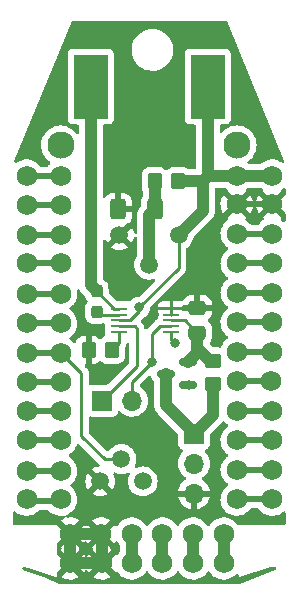
<source format=gtl>
G04 #@! TF.GenerationSoftware,KiCad,Pcbnew,(6.0.1)*
G04 #@! TF.CreationDate,2022-06-09T11:36:19-07:00*
G04 #@! TF.ProjectId,PS_controller_rev1_2,50535f63-6f6e-4747-926f-6c6c65725f72,rev?*
G04 #@! TF.SameCoordinates,Original*
G04 #@! TF.FileFunction,Copper,L1,Top*
G04 #@! TF.FilePolarity,Positive*
%FSLAX46Y46*%
G04 Gerber Fmt 4.6, Leading zero omitted, Abs format (unit mm)*
G04 Created by KiCad (PCBNEW (6.0.1)) date 2022-06-09 11:36:19*
%MOMM*%
%LPD*%
G01*
G04 APERTURE LIST*
G04 Aperture macros list*
%AMRoundRect*
0 Rectangle with rounded corners*
0 $1 Rounding radius*
0 $2 $3 $4 $5 $6 $7 $8 $9 X,Y pos of 4 corners*
0 Add a 4 corners polygon primitive as box body*
4,1,4,$2,$3,$4,$5,$6,$7,$8,$9,$2,$3,0*
0 Add four circle primitives for the rounded corners*
1,1,$1+$1,$2,$3*
1,1,$1+$1,$4,$5*
1,1,$1+$1,$6,$7*
1,1,$1+$1,$8,$9*
0 Add four rect primitives between the rounded corners*
20,1,$1+$1,$2,$3,$4,$5,0*
20,1,$1+$1,$4,$5,$6,$7,0*
20,1,$1+$1,$6,$7,$8,$9,0*
20,1,$1+$1,$8,$9,$2,$3,0*%
G04 Aperture macros list end*
G04 #@! TA.AperFunction,SMDPad,CuDef*
%ADD10RoundRect,0.250000X-0.350000X-0.450000X0.350000X-0.450000X0.350000X0.450000X-0.350000X0.450000X0*%
G04 #@! TD*
G04 #@! TA.AperFunction,SMDPad,CuDef*
%ADD11RoundRect,0.250000X-0.400000X-0.625000X0.400000X-0.625000X0.400000X0.625000X-0.400000X0.625000X0*%
G04 #@! TD*
G04 #@! TA.AperFunction,SMDPad,CuDef*
%ADD12RoundRect,0.150000X0.587500X0.150000X-0.587500X0.150000X-0.587500X-0.150000X0.587500X-0.150000X0*%
G04 #@! TD*
G04 #@! TA.AperFunction,SMDPad,CuDef*
%ADD13RoundRect,0.250000X0.350000X0.450000X-0.350000X0.450000X-0.350000X-0.450000X0.350000X-0.450000X0*%
G04 #@! TD*
G04 #@! TA.AperFunction,WasherPad*
%ADD14C,2.300000*%
G04 #@! TD*
G04 #@! TA.AperFunction,ComponentPad*
%ADD15C,1.750000*%
G04 #@! TD*
G04 #@! TA.AperFunction,SMDPad,CuDef*
%ADD16RoundRect,0.237500X0.237500X-0.300000X0.237500X0.300000X-0.237500X0.300000X-0.237500X-0.300000X0*%
G04 #@! TD*
G04 #@! TA.AperFunction,SMDPad,CuDef*
%ADD17R,1.333500X0.279400*%
G04 #@! TD*
G04 #@! TA.AperFunction,ComponentPad*
%ADD18C,1.498600*%
G04 #@! TD*
G04 #@! TA.AperFunction,SMDPad,CuDef*
%ADD19RoundRect,0.250000X0.475000X-0.337500X0.475000X0.337500X-0.475000X0.337500X-0.475000X-0.337500X0*%
G04 #@! TD*
G04 #@! TA.AperFunction,SMDPad,CuDef*
%ADD20RoundRect,0.250000X0.450000X-0.350000X0.450000X0.350000X-0.450000X0.350000X-0.450000X-0.350000X0*%
G04 #@! TD*
G04 #@! TA.AperFunction,SMDPad,CuDef*
%ADD21R,2.900000X5.400000*%
G04 #@! TD*
G04 #@! TA.AperFunction,ComponentPad*
%ADD22R,1.700000X1.700000*%
G04 #@! TD*
G04 #@! TA.AperFunction,ComponentPad*
%ADD23O,1.700000X1.700000*%
G04 #@! TD*
G04 #@! TA.AperFunction,ViaPad*
%ADD24C,0.800000*%
G04 #@! TD*
G04 #@! TA.AperFunction,Conductor*
%ADD25C,1.000000*%
G04 #@! TD*
G04 #@! TA.AperFunction,Conductor*
%ADD26C,0.250000*%
G04 #@! TD*
G04 #@! TA.AperFunction,Conductor*
%ADD27C,0.500000*%
G04 #@! TD*
G04 APERTURE END LIST*
D10*
X150700000Y-81700000D03*
X152700000Y-81700000D03*
D11*
X147591384Y-84088276D03*
X150691384Y-84088276D03*
D12*
X153537500Y-98950000D03*
X153537500Y-97050000D03*
X151662500Y-98000000D03*
D13*
X147100000Y-96000000D03*
X145100000Y-96000000D03*
D14*
X142729000Y-78655000D03*
X157659000Y-78655000D03*
D15*
X157659000Y-108655000D03*
X160659000Y-108655000D03*
X160659000Y-106155000D03*
X157659000Y-106155000D03*
X157659000Y-103655000D03*
X160659000Y-103655000D03*
X157659000Y-101155000D03*
X160659000Y-101155000D03*
X157659000Y-98655000D03*
X160559000Y-98655000D03*
X157659000Y-96155000D03*
X160659000Y-96155000D03*
X157659000Y-93655000D03*
X160659000Y-93655000D03*
X160659000Y-91155000D03*
X157659000Y-91155000D03*
X157659000Y-88655000D03*
X160659000Y-88655000D03*
X160659000Y-86155000D03*
X157659000Y-86155000D03*
X143559000Y-111555000D03*
X146159000Y-111555000D03*
X146259000Y-114055000D03*
X160659000Y-83655000D03*
X157659000Y-83655000D03*
X143559000Y-114055000D03*
X160659000Y-81255000D03*
X157659000Y-81255000D03*
X142759000Y-81255000D03*
X139859000Y-81255000D03*
X139859000Y-83755000D03*
X142759000Y-83755000D03*
X139859000Y-86255000D03*
X142759000Y-86255000D03*
X142759000Y-88655000D03*
X139859000Y-88655000D03*
X142759000Y-91255000D03*
X139859000Y-91255000D03*
X142759000Y-93755000D03*
X139859000Y-93755000D03*
X142759000Y-96255000D03*
X139859000Y-96255000D03*
X142759000Y-98755000D03*
X139859000Y-98755000D03*
X139859000Y-101155000D03*
X142759000Y-101155000D03*
X142759000Y-103655000D03*
X139859000Y-103655000D03*
X139859000Y-106255000D03*
X142759000Y-106255000D03*
X142759000Y-108655000D03*
X139849000Y-108655000D03*
X148759000Y-114055000D03*
X148759000Y-111555000D03*
X151359000Y-111555000D03*
X151359000Y-114055000D03*
X153959000Y-111555000D03*
X153959000Y-114055000D03*
X156559000Y-111555000D03*
X156559000Y-114055000D03*
D16*
X145800000Y-92762500D03*
X145800000Y-91037500D03*
D17*
X152116150Y-94500760D03*
X152116150Y-94000380D03*
X152116150Y-93500000D03*
X152116150Y-92999620D03*
X152116150Y-92499240D03*
X147683850Y-92499240D03*
X147683850Y-92999620D03*
X147683850Y-93500000D03*
X147683850Y-94000380D03*
X147683850Y-94500760D03*
D18*
X149690000Y-107130000D03*
X147890000Y-105230000D03*
X146090000Y-107130000D03*
D19*
X154300000Y-94537500D03*
X154300000Y-92462500D03*
D18*
X147719000Y-86274500D03*
X150219000Y-88774500D03*
X152719000Y-86274500D03*
D20*
X155600000Y-98900000D03*
X155600000Y-96900000D03*
D21*
X145290000Y-73700000D03*
X155190000Y-73700000D03*
D22*
X146250000Y-100285000D03*
D23*
X148790000Y-100285000D03*
D22*
X154025000Y-103075000D03*
D23*
X154025000Y-105615000D03*
X154025000Y-108155000D03*
D24*
X154300000Y-94500000D03*
X152600000Y-79000000D03*
X150240000Y-79000000D03*
X155300000Y-86300000D03*
X140000000Y-78500000D03*
X144400000Y-92500000D03*
X153500000Y-89800000D03*
X147900000Y-79000000D03*
X160500000Y-79000000D03*
X149400000Y-103100000D03*
X150254156Y-76000000D03*
X149400000Y-92400000D03*
X154800000Y-81700000D03*
X152400000Y-95400000D03*
X150470000Y-97030000D03*
X153600000Y-99000000D03*
D25*
X152700000Y-81700000D02*
X154800000Y-81700000D01*
D26*
X150691384Y-82333230D02*
X151012307Y-82012307D01*
D25*
X150691384Y-84088276D02*
X150691384Y-82333230D01*
X150219000Y-84560660D02*
X150691384Y-84088276D01*
X150219000Y-88774500D02*
X150219000Y-84560660D01*
D26*
X149200000Y-97335000D02*
X146250000Y-100285000D01*
X149200000Y-94200000D02*
X149200000Y-97335000D01*
X147683850Y-94000380D02*
X149000380Y-94000380D01*
X149000380Y-94000380D02*
X149200000Y-94200000D01*
D25*
X155400000Y-96900000D02*
X154300000Y-95800000D01*
D26*
X153262500Y-93500000D02*
X154300000Y-94537500D01*
D25*
X154300000Y-95300000D02*
X154300000Y-94537500D01*
X154300000Y-96287500D02*
X153537500Y-97050000D01*
X154300000Y-95800000D02*
X154300000Y-96287500D01*
D26*
X152116150Y-93500000D02*
X153262500Y-93500000D01*
D25*
X154300000Y-95800000D02*
X154300000Y-94537500D01*
X146259000Y-114055000D02*
X146259000Y-111655000D01*
D26*
X154300000Y-92462500D02*
X152152890Y-92462500D01*
D25*
X143559000Y-114055000D02*
X143559000Y-111555000D01*
X143559000Y-111555000D02*
X146159000Y-111555000D01*
X143559000Y-114055000D02*
X146259000Y-114055000D01*
D26*
X152152890Y-92462500D02*
X152116150Y-92499240D01*
X146259000Y-111655000D02*
X146159000Y-111555000D01*
X152116150Y-92999620D02*
X152116150Y-92499240D01*
D27*
X157659000Y-83655000D02*
X160659000Y-83655000D01*
X142759000Y-93755000D02*
X139859000Y-93755000D01*
D25*
X157659000Y-81255000D02*
X155955000Y-81255000D01*
D26*
X149400000Y-92738942D02*
X149400000Y-92400000D01*
D25*
X154800000Y-84193500D02*
X152719000Y-86274500D01*
D26*
X147683850Y-93500000D02*
X148638942Y-93500000D01*
D25*
X155245000Y-80165000D02*
X155190000Y-80110000D01*
X154800000Y-81700000D02*
X154800000Y-84193500D01*
D26*
X152719000Y-89081000D02*
X152719000Y-86274500D01*
D25*
X157659000Y-81255000D02*
X160659000Y-81255000D01*
X155190000Y-80110000D02*
X155190000Y-73700000D01*
X155955000Y-81255000D02*
X155245000Y-81255000D01*
D26*
X149400000Y-92400000D02*
X152719000Y-89081000D01*
D25*
X155245000Y-81255000D02*
X155245000Y-80165000D01*
D26*
X148638942Y-93500000D02*
X149400000Y-92738942D01*
D25*
X155245000Y-81255000D02*
X154800000Y-81700000D01*
D26*
X147683850Y-94500760D02*
X147683850Y-95416150D01*
X147683850Y-95416150D02*
X147100000Y-96000000D01*
X152116150Y-95116150D02*
X152400000Y-95400000D01*
X152116150Y-94500760D02*
X152116150Y-95116150D01*
X144490000Y-97986000D02*
X142759000Y-96255000D01*
D27*
X142759000Y-96255000D02*
X139859000Y-96255000D01*
D26*
X146470000Y-105230000D02*
X144490000Y-103250000D01*
X144490000Y-103250000D02*
X144490000Y-97986000D01*
X147890000Y-105230000D02*
X146470000Y-105230000D01*
D25*
X154025000Y-103075000D02*
X154025000Y-103017990D01*
X155600000Y-101500000D02*
X154025000Y-103075000D01*
X151662500Y-100662500D02*
X151662500Y-98000000D01*
X155600000Y-98900000D02*
X155600000Y-101500000D01*
X154017990Y-103017990D02*
X151662500Y-100662500D01*
X154025000Y-103017990D02*
X154017990Y-103017990D01*
X145290000Y-90527500D02*
X145290000Y-74050000D01*
D26*
X147683850Y-92499240D02*
X147261740Y-92499240D01*
X147261740Y-92499240D02*
X145800000Y-91037500D01*
D25*
X145800000Y-91037500D02*
X145290000Y-90527500D01*
D26*
X151161058Y-94000380D02*
X150470000Y-94691438D01*
X150470000Y-97030000D02*
X148790000Y-98710000D01*
X148790000Y-98710000D02*
X148790000Y-100285000D01*
X150470000Y-94691438D02*
X150470000Y-97030000D01*
X152116150Y-94000380D02*
X151161058Y-94000380D01*
X146037120Y-92999620D02*
X145800000Y-92762500D01*
X147683850Y-92999620D02*
X146037120Y-92999620D01*
D27*
X157659000Y-108655000D02*
X160659000Y-108655000D01*
X157659000Y-96155000D02*
X160659000Y-96155000D01*
X157659000Y-93655000D02*
X160659000Y-93655000D01*
X157659000Y-91155000D02*
X160659000Y-91155000D01*
X157659000Y-88655000D02*
X160659000Y-88655000D01*
X157659000Y-86155000D02*
X160659000Y-86155000D01*
X139859000Y-81255000D02*
X142759000Y-81255000D01*
X139859000Y-83755000D02*
X142759000Y-83755000D01*
X139859000Y-86255000D02*
X142759000Y-86255000D01*
X139859000Y-91255000D02*
X142759000Y-91255000D01*
X139859000Y-98755000D02*
X142759000Y-98755000D01*
X142759000Y-106255000D02*
X139859000Y-106255000D01*
X142759000Y-108755000D02*
X139859000Y-108755000D01*
D25*
X148759000Y-111555000D02*
X148759000Y-114055000D01*
D27*
X157659000Y-106155000D02*
X160659000Y-106155000D01*
X157659000Y-103655000D02*
X160659000Y-103655000D01*
X159037000Y-101155000D02*
X160659000Y-101155000D01*
X157659000Y-101155000D02*
X159037000Y-101155000D01*
X157659000Y-98655000D02*
X160559000Y-98655000D01*
X139859000Y-88655000D02*
X142759000Y-88655000D01*
X139859000Y-101155000D02*
X142759000Y-101155000D01*
X139859000Y-103655000D02*
X142759000Y-103655000D01*
D25*
X151359000Y-114055000D02*
X151359000Y-111555000D01*
X156559000Y-111555000D02*
X156559000Y-114055000D01*
X153959000Y-111555000D02*
X153959000Y-114055000D01*
G04 #@! TA.AperFunction,Conductor*
G36*
X150340415Y-98159657D02*
G01*
X150397250Y-98202204D01*
X150419361Y-98252847D01*
X150419438Y-98253831D01*
X150465855Y-98413601D01*
X150469892Y-98420427D01*
X150546509Y-98549980D01*
X150546511Y-98549983D01*
X150550547Y-98556807D01*
X150617095Y-98623355D01*
X150651121Y-98685667D01*
X150654000Y-98712450D01*
X150654000Y-100600657D01*
X150653263Y-100614264D01*
X150649176Y-100651888D01*
X150649713Y-100658023D01*
X150653550Y-100701888D01*
X150653879Y-100706714D01*
X150654000Y-100709186D01*
X150654000Y-100712269D01*
X150654301Y-100715337D01*
X150658190Y-100755006D01*
X150658312Y-100756319D01*
X150660980Y-100786811D01*
X150666413Y-100848913D01*
X150667900Y-100854032D01*
X150668420Y-100859333D01*
X150695291Y-100948334D01*
X150695626Y-100949467D01*
X150719046Y-101030075D01*
X150721591Y-101038836D01*
X150724044Y-101043568D01*
X150725584Y-101048669D01*
X150728478Y-101054112D01*
X150769231Y-101130760D01*
X150769843Y-101131926D01*
X150804159Y-101198126D01*
X150812608Y-101214426D01*
X150815931Y-101218589D01*
X150818434Y-101223296D01*
X150877255Y-101295418D01*
X150877946Y-101296274D01*
X150909238Y-101335473D01*
X150911742Y-101337977D01*
X150912384Y-101338695D01*
X150916085Y-101343028D01*
X150943435Y-101376562D01*
X150948182Y-101380489D01*
X150948184Y-101380491D01*
X150978762Y-101405787D01*
X150987542Y-101413777D01*
X151822936Y-102249170D01*
X152629595Y-103055829D01*
X152663620Y-103118141D01*
X152666500Y-103144924D01*
X152666500Y-103973134D01*
X152673255Y-104035316D01*
X152724385Y-104171705D01*
X152811739Y-104288261D01*
X152928295Y-104375615D01*
X152936704Y-104378767D01*
X152936705Y-104378768D01*
X153045451Y-104419535D01*
X153102216Y-104462176D01*
X153126916Y-104528738D01*
X153111709Y-104598087D01*
X153092316Y-104624568D01*
X153058948Y-104659486D01*
X152965629Y-104757138D01*
X152962715Y-104761410D01*
X152962714Y-104761411D01*
X152906076Y-104844440D01*
X152839743Y-104941680D01*
X152797754Y-105032138D01*
X152758421Y-105116875D01*
X152745688Y-105144305D01*
X152685989Y-105359570D01*
X152662251Y-105581695D01*
X152662548Y-105586848D01*
X152662548Y-105586851D01*
X152667956Y-105680635D01*
X152675110Y-105804715D01*
X152676247Y-105809761D01*
X152676248Y-105809767D01*
X152693991Y-105888495D01*
X152724222Y-106022639D01*
X152808266Y-106229616D01*
X152859019Y-106312438D01*
X152893970Y-106369472D01*
X152924987Y-106420088D01*
X153071250Y-106588938D01*
X153243126Y-106731632D01*
X153293546Y-106761095D01*
X153316955Y-106774774D01*
X153365679Y-106826412D01*
X153378750Y-106896195D01*
X153352019Y-106961967D01*
X153311562Y-106995327D01*
X153303457Y-106999546D01*
X153294738Y-107005036D01*
X153124433Y-107132905D01*
X153116726Y-107139748D01*
X152969590Y-107293717D01*
X152963104Y-107301727D01*
X152843098Y-107477649D01*
X152838000Y-107486623D01*
X152748338Y-107679783D01*
X152744775Y-107689470D01*
X152689389Y-107889183D01*
X152690912Y-107897607D01*
X152703292Y-107901000D01*
X155343344Y-107901000D01*
X155356875Y-107897027D01*
X155358180Y-107887947D01*
X155316214Y-107720875D01*
X155312894Y-107711124D01*
X155227972Y-107515814D01*
X155223105Y-107506739D01*
X155107426Y-107327926D01*
X155101136Y-107319757D01*
X154957806Y-107162240D01*
X154950273Y-107155215D01*
X154783139Y-107023222D01*
X154774556Y-107017520D01*
X154737602Y-106997120D01*
X154687631Y-106946687D01*
X154672859Y-106877245D01*
X154697975Y-106810839D01*
X154725327Y-106784232D01*
X154757764Y-106761095D01*
X154904860Y-106656173D01*
X155063096Y-106498489D01*
X155080764Y-106473902D01*
X155190435Y-106321277D01*
X155193453Y-106317077D01*
X155292430Y-106116811D01*
X155344225Y-105946334D01*
X155355865Y-105908023D01*
X155355865Y-105908021D01*
X155357370Y-105903069D01*
X155386529Y-105681590D01*
X155387012Y-105661836D01*
X155388074Y-105618365D01*
X155388074Y-105618361D01*
X155388156Y-105615000D01*
X155369852Y-105392361D01*
X155315431Y-105175702D01*
X155226354Y-104970840D01*
X155118080Y-104803474D01*
X155107822Y-104787617D01*
X155107820Y-104787614D01*
X155105014Y-104783277D01*
X155096468Y-104773885D01*
X154957798Y-104621488D01*
X154926746Y-104557642D01*
X154935141Y-104487143D01*
X154980317Y-104432375D01*
X155006761Y-104418706D01*
X155113297Y-104378767D01*
X155121705Y-104375615D01*
X155238261Y-104288261D01*
X155325615Y-104171705D01*
X155376745Y-104035316D01*
X155383500Y-103973134D01*
X155383500Y-103194926D01*
X155403502Y-103126805D01*
X155420404Y-103105831D01*
X156269383Y-102256851D01*
X156279527Y-102247749D01*
X156304218Y-102227897D01*
X156309025Y-102224032D01*
X156341320Y-102185544D01*
X156344478Y-102181925D01*
X156346124Y-102180110D01*
X156348309Y-102177925D01*
X156350264Y-102175545D01*
X156350273Y-102175535D01*
X156375549Y-102144764D01*
X156376391Y-102143749D01*
X156433246Y-102075992D01*
X156492356Y-102036665D01*
X156563344Y-102035539D01*
X156625003Y-102074484D01*
X156687698Y-102146861D01*
X156862737Y-102292181D01*
X156867192Y-102294784D01*
X156867203Y-102294792D01*
X156871651Y-102297391D01*
X156920374Y-102349029D01*
X156933445Y-102418812D01*
X156906713Y-102484584D01*
X156883735Y-102506936D01*
X156836226Y-102542607D01*
X156766673Y-102594829D01*
X156737310Y-102616875D01*
X156580133Y-102781351D01*
X156451931Y-102969289D01*
X156449758Y-102973971D01*
X156449756Y-102973974D01*
X156378815Y-103126805D01*
X156356145Y-103175643D01*
X156295348Y-103394869D01*
X156271172Y-103621082D01*
X156271469Y-103626234D01*
X156271469Y-103626238D01*
X156282311Y-103814272D01*
X156284268Y-103848206D01*
X156285405Y-103853252D01*
X156285406Y-103853258D01*
X156306841Y-103948370D01*
X156334283Y-104070141D01*
X156419875Y-104280927D01*
X156538744Y-104474904D01*
X156687698Y-104646861D01*
X156862737Y-104792181D01*
X156867192Y-104794784D01*
X156867203Y-104794792D01*
X156871651Y-104797391D01*
X156920374Y-104849029D01*
X156933445Y-104918812D01*
X156906713Y-104984584D01*
X156883735Y-105006936D01*
X156850169Y-105032138D01*
X156757246Y-105101907D01*
X156737310Y-105116875D01*
X156580133Y-105281351D01*
X156451931Y-105469289D01*
X156449758Y-105473971D01*
X156449756Y-105473974D01*
X156365019Y-105656526D01*
X156356145Y-105675643D01*
X156320350Y-105804715D01*
X156297116Y-105888495D01*
X156295348Y-105894869D01*
X156294799Y-105900006D01*
X156272158Y-106111857D01*
X156271172Y-106121082D01*
X156271469Y-106126234D01*
X156271469Y-106126238D01*
X156277154Y-106224829D01*
X156284268Y-106348206D01*
X156285405Y-106353252D01*
X156285406Y-106353258D01*
X156306058Y-106444896D01*
X156334283Y-106570141D01*
X156419875Y-106780927D01*
X156538744Y-106974904D01*
X156542128Y-106978810D01*
X156542129Y-106978812D01*
X156564845Y-107005036D01*
X156687698Y-107146861D01*
X156862737Y-107292181D01*
X156867192Y-107294784D01*
X156867203Y-107294792D01*
X156871651Y-107297391D01*
X156920374Y-107349029D01*
X156933445Y-107418812D01*
X156906713Y-107484584D01*
X156883735Y-107506936D01*
X156817915Y-107556355D01*
X156766673Y-107594829D01*
X156737310Y-107616875D01*
X156733738Y-107620613D01*
X156647244Y-107711124D01*
X156580133Y-107781351D01*
X156451931Y-107969289D01*
X156449758Y-107973971D01*
X156449756Y-107973974D01*
X156359747Y-108167884D01*
X156356145Y-108175643D01*
X156317868Y-108313666D01*
X156301296Y-108373423D01*
X156295348Y-108394869D01*
X156294799Y-108400006D01*
X156276923Y-108567275D01*
X156271172Y-108621082D01*
X156271469Y-108626234D01*
X156271469Y-108626238D01*
X156273489Y-108661267D01*
X156284268Y-108848206D01*
X156285405Y-108853252D01*
X156285406Y-108853258D01*
X156305686Y-108943244D01*
X156334283Y-109070141D01*
X156419875Y-109280927D01*
X156538744Y-109474904D01*
X156687698Y-109646861D01*
X156862737Y-109792181D01*
X156867189Y-109794783D01*
X156867194Y-109794786D01*
X156961199Y-109849718D01*
X157059160Y-109906962D01*
X157271693Y-109988120D01*
X157276759Y-109989151D01*
X157276760Y-109989151D01*
X157331329Y-110000253D01*
X157494627Y-110033476D01*
X157622437Y-110038163D01*
X157716811Y-110041624D01*
X157716815Y-110041624D01*
X157721975Y-110041813D01*
X157727095Y-110041157D01*
X157727097Y-110041157D01*
X157942504Y-110013563D01*
X157942505Y-110013563D01*
X157947632Y-110012906D01*
X157952582Y-110011421D01*
X158160591Y-109949015D01*
X158160592Y-109949014D01*
X158165537Y-109947531D01*
X158369839Y-109847444D01*
X158374043Y-109844446D01*
X158374047Y-109844443D01*
X158550847Y-109718333D01*
X158550849Y-109718331D01*
X158555051Y-109715334D01*
X158716199Y-109554747D01*
X158779990Y-109465973D01*
X158835984Y-109422326D01*
X158882312Y-109413500D01*
X159430552Y-109413500D01*
X159498673Y-109433502D01*
X159531714Y-109467251D01*
X159532986Y-109466320D01*
X159536045Y-109470499D01*
X159538744Y-109474904D01*
X159687698Y-109646861D01*
X159862737Y-109792181D01*
X159867189Y-109794783D01*
X159867194Y-109794786D01*
X159961199Y-109849718D01*
X160059160Y-109906962D01*
X160271693Y-109988120D01*
X160276759Y-109989151D01*
X160276760Y-109989151D01*
X160331329Y-110000253D01*
X160494627Y-110033476D01*
X160622437Y-110038163D01*
X160716811Y-110041624D01*
X160716815Y-110041624D01*
X160721975Y-110041813D01*
X160727095Y-110041157D01*
X160727097Y-110041157D01*
X160942504Y-110013563D01*
X160942505Y-110013563D01*
X160947632Y-110012906D01*
X160952582Y-110011421D01*
X161160591Y-109949015D01*
X161160592Y-109949014D01*
X161165537Y-109947531D01*
X161369839Y-109847444D01*
X161374043Y-109844446D01*
X161374047Y-109844443D01*
X161550847Y-109718333D01*
X161550849Y-109718331D01*
X161555051Y-109715334D01*
X161558714Y-109711684D01*
X161577061Y-109693402D01*
X161639433Y-109659486D01*
X161710239Y-109664675D01*
X161767000Y-109707321D01*
X161791695Y-109773885D01*
X161792000Y-109782653D01*
X161792000Y-110674000D01*
X161771998Y-110742121D01*
X161718342Y-110788614D01*
X161666000Y-110800000D01*
X157800000Y-110800000D01*
X157800000Y-110798109D01*
X157753565Y-110798110D01*
X157693838Y-110759729D01*
X157683272Y-110745660D01*
X157658890Y-110707971D01*
X157505779Y-110539704D01*
X157327241Y-110398704D01*
X157289537Y-110377890D01*
X157274869Y-110369793D01*
X157128072Y-110288757D01*
X157123203Y-110287033D01*
X157123199Y-110287031D01*
X156918496Y-110214541D01*
X156918492Y-110214540D01*
X156913621Y-110212815D01*
X156908528Y-110211908D01*
X156908525Y-110211907D01*
X156694734Y-110173825D01*
X156694728Y-110173824D01*
X156689645Y-110172919D01*
X156616196Y-110172022D01*
X156467331Y-110170203D01*
X156467329Y-110170203D01*
X156462161Y-110170140D01*
X156237278Y-110204552D01*
X156021035Y-110275231D01*
X156016447Y-110277619D01*
X156016443Y-110277621D01*
X155989369Y-110291715D01*
X155819239Y-110380279D01*
X155815106Y-110383382D01*
X155815103Y-110383384D01*
X155758476Y-110425901D01*
X155637310Y-110516875D01*
X155480133Y-110681351D01*
X155477221Y-110685620D01*
X155477215Y-110685628D01*
X155361960Y-110854585D01*
X155307049Y-110899588D01*
X155236524Y-110907759D01*
X155172777Y-110876505D01*
X155152080Y-110852021D01*
X155061698Y-110712311D01*
X155061696Y-110712308D01*
X155058890Y-110707971D01*
X154905779Y-110539704D01*
X154727241Y-110398704D01*
X154689537Y-110377890D01*
X154674869Y-110369793D01*
X154528072Y-110288757D01*
X154523203Y-110287033D01*
X154523199Y-110287031D01*
X154318496Y-110214541D01*
X154318492Y-110214540D01*
X154313621Y-110212815D01*
X154308528Y-110211908D01*
X154308525Y-110211907D01*
X154094734Y-110173825D01*
X154094728Y-110173824D01*
X154089645Y-110172919D01*
X154016196Y-110172022D01*
X153867331Y-110170203D01*
X153867329Y-110170203D01*
X153862161Y-110170140D01*
X153637278Y-110204552D01*
X153421035Y-110275231D01*
X153416447Y-110277619D01*
X153416443Y-110277621D01*
X153389369Y-110291715D01*
X153219239Y-110380279D01*
X153215106Y-110383382D01*
X153215103Y-110383384D01*
X153158476Y-110425901D01*
X153037310Y-110516875D01*
X152880133Y-110681351D01*
X152877221Y-110685620D01*
X152877215Y-110685628D01*
X152761960Y-110854585D01*
X152707049Y-110899588D01*
X152636524Y-110907759D01*
X152572777Y-110876505D01*
X152552080Y-110852021D01*
X152461698Y-110712311D01*
X152461696Y-110712308D01*
X152458890Y-110707971D01*
X152305779Y-110539704D01*
X152127241Y-110398704D01*
X152089537Y-110377890D01*
X152074869Y-110369793D01*
X151928072Y-110288757D01*
X151923203Y-110287033D01*
X151923199Y-110287031D01*
X151718496Y-110214541D01*
X151718492Y-110214540D01*
X151713621Y-110212815D01*
X151708528Y-110211908D01*
X151708525Y-110211907D01*
X151494734Y-110173825D01*
X151494728Y-110173824D01*
X151489645Y-110172919D01*
X151416196Y-110172022D01*
X151267331Y-110170203D01*
X151267329Y-110170203D01*
X151262161Y-110170140D01*
X151037278Y-110204552D01*
X150821035Y-110275231D01*
X150816447Y-110277619D01*
X150816443Y-110277621D01*
X150789369Y-110291715D01*
X150619239Y-110380279D01*
X150615106Y-110383382D01*
X150615103Y-110383384D01*
X150558476Y-110425901D01*
X150437310Y-110516875D01*
X150280133Y-110681351D01*
X150277221Y-110685620D01*
X150277215Y-110685628D01*
X150161960Y-110854585D01*
X150107049Y-110899588D01*
X150036524Y-110907759D01*
X149972777Y-110876505D01*
X149952080Y-110852021D01*
X149861698Y-110712311D01*
X149861696Y-110712308D01*
X149858890Y-110707971D01*
X149705779Y-110539704D01*
X149527241Y-110398704D01*
X149489537Y-110377890D01*
X149474869Y-110369793D01*
X149328072Y-110288757D01*
X149323203Y-110287033D01*
X149323199Y-110287031D01*
X149118496Y-110214541D01*
X149118492Y-110214540D01*
X149113621Y-110212815D01*
X149108528Y-110211908D01*
X149108525Y-110211907D01*
X148894734Y-110173825D01*
X148894728Y-110173824D01*
X148889645Y-110172919D01*
X148816196Y-110172022D01*
X148667331Y-110170203D01*
X148667329Y-110170203D01*
X148662161Y-110170140D01*
X148437278Y-110204552D01*
X148221035Y-110275231D01*
X148216447Y-110277619D01*
X148216443Y-110277621D01*
X148189369Y-110291715D01*
X148019239Y-110380279D01*
X148015106Y-110383382D01*
X148015103Y-110383384D01*
X147958476Y-110425901D01*
X147837310Y-110516875D01*
X147680133Y-110681351D01*
X147664580Y-110704151D01*
X147561655Y-110855034D01*
X147506743Y-110900037D01*
X147436218Y-110908208D01*
X147372471Y-110876954D01*
X147351774Y-110852469D01*
X147310145Y-110788119D01*
X147299458Y-110778915D01*
X147289891Y-110783319D01*
X146531022Y-111542188D01*
X146523408Y-111556132D01*
X146523539Y-111557965D01*
X146527790Y-111564580D01*
X147287388Y-112324178D01*
X147299398Y-112330736D01*
X147311138Y-112321768D01*
X147345504Y-112273944D01*
X147353108Y-112261288D01*
X147405338Y-112213199D01*
X147475276Y-112200982D01*
X147540716Y-112228515D01*
X147568544Y-112260348D01*
X147574457Y-112269997D01*
X147638744Y-112374904D01*
X147642125Y-112378807D01*
X147719738Y-112468406D01*
X147749220Y-112532991D01*
X147750500Y-112550903D01*
X147750500Y-113057192D01*
X147730498Y-113125313D01*
X147715594Y-113144243D01*
X147680133Y-113181351D01*
X147664583Y-113204146D01*
X147612980Y-113279794D01*
X147558068Y-113324797D01*
X147487543Y-113332968D01*
X147423796Y-113301714D01*
X147418086Y-113294959D01*
X147399458Y-113278915D01*
X147389891Y-113283319D01*
X146631022Y-114042188D01*
X146623408Y-114056132D01*
X146623539Y-114057965D01*
X146627790Y-114064580D01*
X147387388Y-114824178D01*
X147399398Y-114830736D01*
X147426032Y-114810390D01*
X147427502Y-114812315D01*
X147461733Y-114785630D01*
X147532436Y-114779183D01*
X147595401Y-114811983D01*
X147615497Y-114836969D01*
X147636042Y-114870496D01*
X147636046Y-114870501D01*
X147638744Y-114874904D01*
X147642128Y-114878810D01*
X147642129Y-114878812D01*
X147656425Y-114895316D01*
X147787698Y-115046861D01*
X147962737Y-115192181D01*
X147967189Y-115194783D01*
X147967194Y-115194786D01*
X148061199Y-115249718D01*
X148159160Y-115306962D01*
X148371693Y-115388120D01*
X148376759Y-115389151D01*
X148376760Y-115389151D01*
X148475861Y-115409313D01*
X148594627Y-115433476D01*
X148722437Y-115438163D01*
X148816811Y-115441624D01*
X148816815Y-115441624D01*
X148821975Y-115441813D01*
X148827095Y-115441157D01*
X148827097Y-115441157D01*
X149042504Y-115413563D01*
X149042505Y-115413563D01*
X149047632Y-115412906D01*
X149052582Y-115411421D01*
X149260591Y-115349015D01*
X149260592Y-115349014D01*
X149265537Y-115347531D01*
X149469839Y-115247444D01*
X149474043Y-115244446D01*
X149474047Y-115244443D01*
X149650847Y-115118333D01*
X149650849Y-115118331D01*
X149655051Y-115115334D01*
X149816199Y-114954747D01*
X149948956Y-114769997D01*
X149951248Y-114765360D01*
X149953405Y-114761770D01*
X150005635Y-114713681D01*
X150075573Y-114701465D01*
X150141013Y-114728999D01*
X150168840Y-114760831D01*
X150171458Y-114765103D01*
X150238744Y-114874904D01*
X150242128Y-114878810D01*
X150242129Y-114878812D01*
X150256425Y-114895316D01*
X150387698Y-115046861D01*
X150562737Y-115192181D01*
X150567189Y-115194783D01*
X150567194Y-115194786D01*
X150661199Y-115249718D01*
X150759160Y-115306962D01*
X150971693Y-115388120D01*
X150976759Y-115389151D01*
X150976760Y-115389151D01*
X151075861Y-115409313D01*
X151194627Y-115433476D01*
X151322437Y-115438163D01*
X151416811Y-115441624D01*
X151416815Y-115441624D01*
X151421975Y-115441813D01*
X151427095Y-115441157D01*
X151427097Y-115441157D01*
X151642504Y-115413563D01*
X151642505Y-115413563D01*
X151647632Y-115412906D01*
X151652582Y-115411421D01*
X151860591Y-115349015D01*
X151860592Y-115349014D01*
X151865537Y-115347531D01*
X152069839Y-115247444D01*
X152074043Y-115244446D01*
X152074047Y-115244443D01*
X152250847Y-115118333D01*
X152250849Y-115118331D01*
X152255051Y-115115334D01*
X152416199Y-114954747D01*
X152548956Y-114769997D01*
X152551248Y-114765360D01*
X152553405Y-114761770D01*
X152605635Y-114713681D01*
X152675573Y-114701465D01*
X152741013Y-114728999D01*
X152768840Y-114760831D01*
X152771458Y-114765103D01*
X152838744Y-114874904D01*
X152842128Y-114878810D01*
X152842129Y-114878812D01*
X152856425Y-114895316D01*
X152987698Y-115046861D01*
X153162737Y-115192181D01*
X153167189Y-115194783D01*
X153167194Y-115194786D01*
X153261199Y-115249718D01*
X153359160Y-115306962D01*
X153571693Y-115388120D01*
X153576759Y-115389151D01*
X153576760Y-115389151D01*
X153675861Y-115409313D01*
X153794627Y-115433476D01*
X153922437Y-115438163D01*
X154016811Y-115441624D01*
X154016815Y-115441624D01*
X154021975Y-115441813D01*
X154027095Y-115441157D01*
X154027097Y-115441157D01*
X154242504Y-115413563D01*
X154242505Y-115413563D01*
X154247632Y-115412906D01*
X154252582Y-115411421D01*
X154460591Y-115349015D01*
X154460592Y-115349014D01*
X154465537Y-115347531D01*
X154669839Y-115247444D01*
X154674043Y-115244446D01*
X154674047Y-115244443D01*
X154850847Y-115118333D01*
X154850849Y-115118331D01*
X154855051Y-115115334D01*
X155016199Y-114954747D01*
X155148956Y-114769997D01*
X155151248Y-114765360D01*
X155153405Y-114761770D01*
X155205635Y-114713681D01*
X155275573Y-114701465D01*
X155341013Y-114728999D01*
X155368840Y-114760831D01*
X155371458Y-114765103D01*
X155438744Y-114874904D01*
X155442128Y-114878810D01*
X155442129Y-114878812D01*
X155456425Y-114895316D01*
X155587698Y-115046861D01*
X155762737Y-115192181D01*
X155767189Y-115194783D01*
X155767194Y-115194786D01*
X155861199Y-115249718D01*
X155959160Y-115306962D01*
X156171693Y-115388120D01*
X156176759Y-115389151D01*
X156176760Y-115389151D01*
X156275861Y-115409313D01*
X156394627Y-115433476D01*
X156522437Y-115438163D01*
X156616811Y-115441624D01*
X156616815Y-115441624D01*
X156621975Y-115441813D01*
X156627095Y-115441157D01*
X156627097Y-115441157D01*
X156842504Y-115413563D01*
X156842505Y-115413563D01*
X156847632Y-115412906D01*
X156852582Y-115411421D01*
X157060591Y-115349015D01*
X157060592Y-115349014D01*
X157065537Y-115347531D01*
X157269839Y-115247444D01*
X157274043Y-115244446D01*
X157274047Y-115244443D01*
X157450847Y-115118333D01*
X157450849Y-115118331D01*
X157455051Y-115115334D01*
X157579980Y-114990840D01*
X157585060Y-114985778D01*
X157647432Y-114951862D01*
X157718238Y-114957050D01*
X157775000Y-114999696D01*
X157799694Y-115066260D01*
X157800000Y-115075029D01*
X157800000Y-115200000D01*
X157811397Y-115196483D01*
X160547737Y-114352055D01*
X160597515Y-114347086D01*
X160701149Y-114357521D01*
X160710867Y-114358500D01*
X160866354Y-114358500D01*
X160866354Y-114359334D01*
X160932006Y-114375993D01*
X160980457Y-114427887D01*
X160993160Y-114497738D01*
X160966082Y-114563368D01*
X160914188Y-114601619D01*
X157925547Y-115783175D01*
X157879222Y-115792000D01*
X142620777Y-115792000D01*
X142574452Y-115783175D01*
X141466777Y-115345257D01*
X139585951Y-114601675D01*
X139529955Y-114558029D01*
X139506446Y-114491038D01*
X139522886Y-114421971D01*
X139574057Y-114372757D01*
X139632276Y-114358500D01*
X139717907Y-114358500D01*
X139755876Y-114364357D01*
X139938178Y-114421971D01*
X142382725Y-115194541D01*
X142382727Y-115194541D01*
X142400000Y-115200000D01*
X142400000Y-115198130D01*
X142780700Y-115198130D01*
X142785981Y-115205184D01*
X142954919Y-115303904D01*
X142964202Y-115308351D01*
X143167002Y-115385793D01*
X143176900Y-115388669D01*
X143389625Y-115431948D01*
X143399853Y-115433167D01*
X143616788Y-115441122D01*
X143627074Y-115440655D01*
X143842400Y-115413072D01*
X143852477Y-115410930D01*
X144060401Y-115348549D01*
X144069999Y-115344788D01*
X144264947Y-115249284D01*
X144273785Y-115244015D01*
X144326172Y-115206648D01*
X144332859Y-115198130D01*
X145480700Y-115198130D01*
X145485981Y-115205184D01*
X145654919Y-115303904D01*
X145664202Y-115308351D01*
X145867002Y-115385793D01*
X145876900Y-115388669D01*
X146089625Y-115431948D01*
X146099853Y-115433167D01*
X146316788Y-115441122D01*
X146327074Y-115440655D01*
X146542400Y-115413072D01*
X146552477Y-115410930D01*
X146760401Y-115348549D01*
X146769999Y-115344788D01*
X146964947Y-115249284D01*
X146973785Y-115244015D01*
X147026172Y-115206648D01*
X147034572Y-115195948D01*
X147027585Y-115182795D01*
X146271812Y-114427022D01*
X146257868Y-114419408D01*
X146256035Y-114419539D01*
X146249420Y-114423790D01*
X145487460Y-115185750D01*
X145480700Y-115198130D01*
X144332859Y-115198130D01*
X144334572Y-115195948D01*
X144327585Y-115182795D01*
X143571812Y-114427022D01*
X143557868Y-114419408D01*
X143556035Y-114419539D01*
X143549420Y-114423790D01*
X142787460Y-115185750D01*
X142780700Y-115198130D01*
X142400000Y-115198130D01*
X142400000Y-114906980D01*
X142420002Y-114838859D01*
X142436905Y-114817885D01*
X143186978Y-114067812D01*
X143193356Y-114056132D01*
X143923408Y-114056132D01*
X143923539Y-114057965D01*
X143927790Y-114064580D01*
X144687388Y-114824178D01*
X144699398Y-114830736D01*
X144711138Y-114821768D01*
X144745507Y-114773940D01*
X144750816Y-114765103D01*
X144793691Y-114678352D01*
X144841804Y-114626145D01*
X144910506Y-114608238D01*
X144977982Y-114630316D01*
X145019114Y-114677368D01*
X145023025Y-114685110D01*
X145107279Y-114822601D01*
X145117735Y-114832061D01*
X145126513Y-114828277D01*
X145886978Y-114067812D01*
X145894592Y-114053868D01*
X145894461Y-114052035D01*
X145890210Y-114045420D01*
X145130858Y-113286068D01*
X145119322Y-113279768D01*
X145107039Y-113289391D01*
X145055279Y-113365268D01*
X145050191Y-113374224D01*
X145024156Y-113430313D01*
X144977332Y-113483680D01*
X144909089Y-113503261D01*
X144841093Y-113482838D01*
X144794319Y-113427506D01*
X144784083Y-113403965D01*
X144779213Y-113394884D01*
X144710144Y-113288118D01*
X144699458Y-113278915D01*
X144689891Y-113283319D01*
X143931022Y-114042188D01*
X143923408Y-114056132D01*
X143193356Y-114056132D01*
X143194592Y-114053868D01*
X143194461Y-114052035D01*
X143190210Y-114045420D01*
X142436905Y-113292115D01*
X142402879Y-113229803D01*
X142400000Y-113203020D01*
X142400000Y-112698130D01*
X142780700Y-112698130D01*
X142800007Y-112723921D01*
X142798778Y-112724841D01*
X142824463Y-112755372D01*
X142833542Y-112825786D01*
X142803111Y-112889930D01*
X142793239Y-112899001D01*
X142782365Y-112913569D01*
X142789111Y-112925901D01*
X143546188Y-113682978D01*
X143560132Y-113690592D01*
X143561965Y-113690461D01*
X143568580Y-113686210D01*
X144330190Y-112924600D01*
X144337211Y-112911744D01*
X144319258Y-112887104D01*
X144319668Y-112886805D01*
X144289168Y-112843784D01*
X144285936Y-112772861D01*
X144315737Y-112721491D01*
X144314983Y-112720899D01*
X144319186Y-112715546D01*
X144321562Y-112711450D01*
X144323944Y-112709486D01*
X144332859Y-112698130D01*
X145380700Y-112698130D01*
X145385982Y-112705186D01*
X145439642Y-112736543D01*
X145488365Y-112788181D01*
X145501436Y-112857964D01*
X145481768Y-112908553D01*
X145481524Y-112912031D01*
X145489111Y-112925901D01*
X146246188Y-113682978D01*
X146260132Y-113690592D01*
X146261965Y-113690461D01*
X146268580Y-113686210D01*
X147030190Y-112924600D01*
X147037211Y-112911744D01*
X147029718Y-112901461D01*
X147022435Y-112896622D01*
X146980918Y-112873703D01*
X146930948Y-112823270D01*
X146916176Y-112753828D01*
X146934885Y-112705707D01*
X146935622Y-112697924D01*
X146927585Y-112682795D01*
X146171812Y-111927022D01*
X146157868Y-111919408D01*
X146156035Y-111919539D01*
X146149420Y-111923790D01*
X145387460Y-112685750D01*
X145380700Y-112698130D01*
X144332859Y-112698130D01*
X144334572Y-112695948D01*
X144327585Y-112682795D01*
X143571812Y-111927022D01*
X143557868Y-111919408D01*
X143556035Y-111919539D01*
X143549420Y-111923790D01*
X142787460Y-112685750D01*
X142780700Y-112698130D01*
X142400000Y-112698130D01*
X142400000Y-112406980D01*
X142420002Y-112338859D01*
X142436905Y-112317885D01*
X143186978Y-111567812D01*
X143193356Y-111556132D01*
X143923408Y-111556132D01*
X143923539Y-111557965D01*
X143927790Y-111564580D01*
X144687388Y-112324178D01*
X144699398Y-112330736D01*
X144711138Y-112321768D01*
X144745502Y-112273945D01*
X144753401Y-112260801D01*
X144805633Y-112212714D01*
X144875571Y-112200499D01*
X144941010Y-112228035D01*
X144968835Y-112259866D01*
X145007278Y-112322600D01*
X145017735Y-112332061D01*
X145026513Y-112328277D01*
X145786978Y-111567812D01*
X145794592Y-111553868D01*
X145794461Y-111552035D01*
X145790210Y-111545420D01*
X145030858Y-110786068D01*
X145019322Y-110779768D01*
X145007039Y-110789391D01*
X144961949Y-110855490D01*
X144907037Y-110900492D01*
X144836512Y-110908663D01*
X144772766Y-110877408D01*
X144752069Y-110852925D01*
X144710144Y-110788118D01*
X144699458Y-110778915D01*
X144689891Y-110783319D01*
X143931022Y-111542188D01*
X143923408Y-111556132D01*
X143193356Y-111556132D01*
X143194592Y-111553868D01*
X143194461Y-111552035D01*
X143190210Y-111545420D01*
X142430858Y-110786068D01*
X142416914Y-110778454D01*
X142413964Y-110778665D01*
X142361763Y-110799451D01*
X142350017Y-110800000D01*
X138834000Y-110800000D01*
X138765879Y-110779998D01*
X138719386Y-110726342D01*
X138708000Y-110674000D01*
X138708000Y-109774346D01*
X138728002Y-109706225D01*
X138781658Y-109659732D01*
X138851932Y-109649628D01*
X138914485Y-109677402D01*
X139052737Y-109792181D01*
X139057189Y-109794783D01*
X139057194Y-109794786D01*
X139151199Y-109849718D01*
X139249160Y-109906962D01*
X139461693Y-109988120D01*
X139466759Y-109989151D01*
X139466760Y-109989151D01*
X139521329Y-110000253D01*
X139684627Y-110033476D01*
X139812437Y-110038163D01*
X139906811Y-110041624D01*
X139906815Y-110041624D01*
X139911975Y-110041813D01*
X139917095Y-110041157D01*
X139917097Y-110041157D01*
X140132504Y-110013563D01*
X140132505Y-110013563D01*
X140137632Y-110012906D01*
X140142582Y-110011421D01*
X140350591Y-109949015D01*
X140350592Y-109949014D01*
X140355537Y-109947531D01*
X140559839Y-109847444D01*
X140564043Y-109844446D01*
X140564047Y-109844443D01*
X140740847Y-109718333D01*
X140740849Y-109718331D01*
X140745051Y-109715334D01*
X140906199Y-109554747D01*
X140906803Y-109555354D01*
X140962394Y-109518925D01*
X140998967Y-109513500D01*
X141614623Y-109513500D01*
X141682744Y-109533502D01*
X141709859Y-109557001D01*
X141787698Y-109646861D01*
X141962737Y-109792181D01*
X141967189Y-109794783D01*
X141967194Y-109794786D01*
X142061199Y-109849718D01*
X142159160Y-109906962D01*
X142371693Y-109988120D01*
X142376759Y-109989151D01*
X142376760Y-109989151D01*
X142431329Y-110000253D01*
X142594627Y-110033476D01*
X142722437Y-110038163D01*
X142816811Y-110041624D01*
X142816815Y-110041624D01*
X142821975Y-110041813D01*
X142827095Y-110041157D01*
X142827097Y-110041157D01*
X143004294Y-110018458D01*
X143074404Y-110029643D01*
X143127338Y-110076956D01*
X143146289Y-110145377D01*
X143125241Y-110213181D01*
X143070876Y-110258843D01*
X143059449Y-110263202D01*
X143026147Y-110274087D01*
X143016637Y-110278084D01*
X142824095Y-110378315D01*
X142815370Y-110383809D01*
X142790819Y-110402243D01*
X142782365Y-110413569D01*
X142789111Y-110425901D01*
X143546188Y-111182978D01*
X143560132Y-111190592D01*
X143561965Y-111190461D01*
X143568580Y-111186210D01*
X144330190Y-110424600D01*
X144336214Y-110413569D01*
X145382365Y-110413569D01*
X145389111Y-110425901D01*
X146146188Y-111182978D01*
X146160132Y-111190592D01*
X146161965Y-111190461D01*
X146168580Y-111186210D01*
X146930190Y-110424600D01*
X146937211Y-110411744D01*
X146929718Y-110401461D01*
X146922435Y-110396622D01*
X146732398Y-110291715D01*
X146722989Y-110287487D01*
X146518364Y-110215026D01*
X146508401Y-110212394D01*
X146294687Y-110174326D01*
X146284434Y-110173356D01*
X146067366Y-110170703D01*
X146057082Y-110171423D01*
X145842507Y-110204258D01*
X145832479Y-110206647D01*
X145626147Y-110274087D01*
X145616637Y-110278084D01*
X145424095Y-110378315D01*
X145415370Y-110383809D01*
X145390819Y-110402243D01*
X145382365Y-110413569D01*
X144336214Y-110413569D01*
X144337211Y-110411744D01*
X144329718Y-110401461D01*
X144322435Y-110396622D01*
X144132398Y-110291715D01*
X144122989Y-110287487D01*
X143918364Y-110215026D01*
X143908401Y-110212394D01*
X143694687Y-110174326D01*
X143684434Y-110173356D01*
X143467366Y-110170703D01*
X143457082Y-110171423D01*
X143322858Y-110191962D01*
X143252496Y-110182494D01*
X143198422Y-110136489D01*
X143177804Y-110068552D01*
X143197189Y-110000253D01*
X143250422Y-109953277D01*
X143257820Y-109950101D01*
X143260591Y-109949015D01*
X143265537Y-109947531D01*
X143469839Y-109847444D01*
X143474043Y-109844446D01*
X143474047Y-109844443D01*
X143650847Y-109718333D01*
X143650849Y-109718331D01*
X143655051Y-109715334D01*
X143816199Y-109554747D01*
X143863778Y-109488534D01*
X143945938Y-109374198D01*
X143945942Y-109374192D01*
X143948956Y-109369997D01*
X144049755Y-109166046D01*
X144115890Y-108948370D01*
X144129077Y-108848206D01*
X144145148Y-108726136D01*
X144145148Y-108726132D01*
X144145585Y-108722815D01*
X144147242Y-108655000D01*
X144128601Y-108428264D01*
X144127270Y-108422966D01*
X152693257Y-108422966D01*
X152723565Y-108557446D01*
X152726645Y-108567275D01*
X152806770Y-108764603D01*
X152811413Y-108773794D01*
X152922694Y-108955388D01*
X152928777Y-108963699D01*
X153068213Y-109124667D01*
X153075580Y-109131883D01*
X153239434Y-109267916D01*
X153247881Y-109273831D01*
X153431756Y-109381279D01*
X153441042Y-109385729D01*
X153640001Y-109461703D01*
X153649899Y-109464579D01*
X153753250Y-109485606D01*
X153767299Y-109484410D01*
X153771000Y-109474065D01*
X153771000Y-109473517D01*
X154279000Y-109473517D01*
X154283064Y-109487359D01*
X154296478Y-109489393D01*
X154303184Y-109488534D01*
X154313262Y-109486392D01*
X154517255Y-109425191D01*
X154526842Y-109421433D01*
X154718095Y-109327739D01*
X154726945Y-109322464D01*
X154900328Y-109198792D01*
X154908200Y-109192139D01*
X155059052Y-109041812D01*
X155065730Y-109033965D01*
X155190003Y-108861020D01*
X155195313Y-108852183D01*
X155289670Y-108661267D01*
X155293469Y-108651672D01*
X155355377Y-108447910D01*
X155357555Y-108437837D01*
X155358986Y-108426962D01*
X155356775Y-108412778D01*
X155343617Y-108409000D01*
X154297115Y-108409000D01*
X154281876Y-108413475D01*
X154280671Y-108414865D01*
X154279000Y-108422548D01*
X154279000Y-109473517D01*
X153771000Y-109473517D01*
X153771000Y-108427115D01*
X153766525Y-108411876D01*
X153765135Y-108410671D01*
X153757452Y-108409000D01*
X152708225Y-108409000D01*
X152694694Y-108412973D01*
X152693257Y-108422966D01*
X144127270Y-108422966D01*
X144077739Y-108225774D01*
X144074437Y-108212629D01*
X144074437Y-108212628D01*
X144073178Y-108207617D01*
X144061021Y-108179659D01*
X145404896Y-108179659D01*
X145414192Y-108191674D01*
X145454440Y-108219856D01*
X145463935Y-108225339D01*
X145653353Y-108313666D01*
X145663645Y-108317412D01*
X145865523Y-108371505D01*
X145876318Y-108373408D01*
X146084525Y-108391624D01*
X146095475Y-108391624D01*
X146303682Y-108373408D01*
X146314477Y-108371505D01*
X146516355Y-108317412D01*
X146526647Y-108313666D01*
X146716065Y-108225339D01*
X146725560Y-108219856D01*
X146766646Y-108191087D01*
X146775021Y-108180610D01*
X146767953Y-108167163D01*
X146102812Y-107502022D01*
X146088868Y-107494408D01*
X146087035Y-107494539D01*
X146080420Y-107498790D01*
X145411326Y-108167884D01*
X145404896Y-108179659D01*
X144061021Y-108179659D01*
X143982462Y-107998985D01*
X143892000Y-107859151D01*
X143861698Y-107812311D01*
X143861694Y-107812306D01*
X143858890Y-107807971D01*
X143705779Y-107639704D01*
X143597595Y-107554266D01*
X143556532Y-107496349D01*
X143553300Y-107425426D01*
X143588925Y-107364015D01*
X143602518Y-107352806D01*
X143650845Y-107318335D01*
X143650852Y-107318329D01*
X143655051Y-107315334D01*
X143816199Y-107154747D01*
X143830047Y-107135475D01*
X144828376Y-107135475D01*
X144846592Y-107343682D01*
X144848495Y-107354477D01*
X144902588Y-107556355D01*
X144906334Y-107566647D01*
X144994661Y-107756064D01*
X145000144Y-107765560D01*
X145028913Y-107806646D01*
X145039390Y-107815021D01*
X145052838Y-107807952D01*
X145717978Y-107142812D01*
X145725592Y-107128868D01*
X145725461Y-107127035D01*
X145721210Y-107120420D01*
X145052116Y-106451326D01*
X145040341Y-106444896D01*
X145028326Y-106454192D01*
X145000144Y-106494440D01*
X144994661Y-106503936D01*
X144906334Y-106693353D01*
X144902588Y-106703645D01*
X144848495Y-106905523D01*
X144846592Y-106916318D01*
X144828376Y-107124525D01*
X144828376Y-107135475D01*
X143830047Y-107135475D01*
X143870764Y-107078812D01*
X143945938Y-106974198D01*
X143945942Y-106974192D01*
X143948956Y-106969997D01*
X144040767Y-106784232D01*
X144047461Y-106770688D01*
X144047462Y-106770686D01*
X144049755Y-106766046D01*
X144107819Y-106574935D01*
X144114388Y-106553314D01*
X144114388Y-106553313D01*
X144115890Y-106548370D01*
X144121977Y-106502137D01*
X144145148Y-106326136D01*
X144145148Y-106326132D01*
X144145585Y-106322815D01*
X144147242Y-106255000D01*
X144128601Y-106028264D01*
X144073178Y-105807617D01*
X144015794Y-105675643D01*
X143984522Y-105603722D01*
X143984520Y-105603719D01*
X143982462Y-105598985D01*
X143898558Y-105469289D01*
X143861698Y-105412311D01*
X143861694Y-105412306D01*
X143858890Y-105407971D01*
X143705779Y-105239704D01*
X143527241Y-105098704D01*
X143520222Y-105094829D01*
X143489547Y-105077896D01*
X143470389Y-105067320D01*
X143420419Y-105016889D01*
X143405647Y-104947446D01*
X143430763Y-104881040D01*
X143466354Y-104849151D01*
X143469839Y-104847444D01*
X143474048Y-104844442D01*
X143474051Y-104844440D01*
X143650847Y-104718333D01*
X143650849Y-104718331D01*
X143655051Y-104715334D01*
X143816199Y-104554747D01*
X143834733Y-104528955D01*
X143945938Y-104374198D01*
X143945942Y-104374192D01*
X143948956Y-104369997D01*
X144049755Y-104166046D01*
X144057757Y-104139709D01*
X144095957Y-104013980D01*
X144134898Y-103954616D01*
X144199752Y-103925729D01*
X144269928Y-103936490D01*
X144305610Y-103961514D01*
X145136276Y-104792181D01*
X145966348Y-105622253D01*
X145973888Y-105630539D01*
X145978000Y-105637018D01*
X145983777Y-105642443D01*
X146007118Y-105664361D01*
X146043084Y-105725573D01*
X146040247Y-105796513D01*
X145999507Y-105854658D01*
X145931848Y-105881732D01*
X145876330Y-105886590D01*
X145865523Y-105888495D01*
X145663645Y-105942588D01*
X145653353Y-105946334D01*
X145463936Y-106034661D01*
X145454440Y-106040144D01*
X145413354Y-106068913D01*
X145404979Y-106079390D01*
X145412048Y-106092838D01*
X147127884Y-107808674D01*
X147139659Y-107815104D01*
X147151674Y-107805808D01*
X147179856Y-107765560D01*
X147185339Y-107756064D01*
X147273666Y-107566647D01*
X147277412Y-107556355D01*
X147331505Y-107354477D01*
X147333408Y-107343682D01*
X147351624Y-107135475D01*
X147351624Y-107124525D01*
X147333408Y-106916318D01*
X147331505Y-106905523D01*
X147277412Y-106703645D01*
X147273666Y-106693353D01*
X147203710Y-106543333D01*
X147193049Y-106473142D01*
X147222029Y-106408329D01*
X147281448Y-106369472D01*
X147352443Y-106368909D01*
X147371155Y-106375888D01*
X147458164Y-106416461D01*
X147463472Y-106417883D01*
X147463474Y-106417884D01*
X147665436Y-106471999D01*
X147665437Y-106471999D01*
X147670751Y-106473423D01*
X147890000Y-106492605D01*
X148109249Y-106473423D01*
X148114563Y-106471999D01*
X148114564Y-106471999D01*
X148316526Y-106417884D01*
X148316528Y-106417883D01*
X148321836Y-106416461D01*
X148339275Y-106408329D01*
X148408140Y-106376217D01*
X148478332Y-106365556D01*
X148543145Y-106394536D01*
X148582001Y-106453956D01*
X148582564Y-106524950D01*
X148575586Y-106543660D01*
X148503539Y-106698164D01*
X148502117Y-106703472D01*
X148502116Y-106703474D01*
X148482645Y-106776141D01*
X148446577Y-106910751D01*
X148427395Y-107130000D01*
X148446577Y-107349249D01*
X148448001Y-107354563D01*
X148448001Y-107354564D01*
X148501511Y-107554266D01*
X148503539Y-107561836D01*
X148505861Y-107566816D01*
X148505862Y-107566818D01*
X148545316Y-107651426D01*
X148596552Y-107761302D01*
X148722788Y-107941587D01*
X148878413Y-108097212D01*
X148882921Y-108100369D01*
X148882924Y-108100371D01*
X149053567Y-108219856D01*
X149058697Y-108223448D01*
X149063679Y-108225771D01*
X149063684Y-108225774D01*
X149252170Y-108313666D01*
X149258164Y-108316461D01*
X149263472Y-108317883D01*
X149263474Y-108317884D01*
X149465436Y-108371999D01*
X149465437Y-108371999D01*
X149470751Y-108373423D01*
X149690000Y-108392605D01*
X149909249Y-108373423D01*
X149914563Y-108371999D01*
X149914564Y-108371999D01*
X150116526Y-108317884D01*
X150116528Y-108317883D01*
X150121836Y-108316461D01*
X150127830Y-108313666D01*
X150316316Y-108225774D01*
X150316321Y-108225771D01*
X150321303Y-108223448D01*
X150326433Y-108219856D01*
X150497076Y-108100371D01*
X150497079Y-108100369D01*
X150501587Y-108097212D01*
X150657212Y-107941587D01*
X150783448Y-107761302D01*
X150834685Y-107651426D01*
X150874138Y-107566818D01*
X150874139Y-107566816D01*
X150876461Y-107561836D01*
X150878490Y-107554266D01*
X150931999Y-107354564D01*
X150931999Y-107354563D01*
X150933423Y-107349249D01*
X150952605Y-107130000D01*
X150933423Y-106910751D01*
X150897355Y-106776141D01*
X150877884Y-106703474D01*
X150877883Y-106703472D01*
X150876461Y-106698164D01*
X150804262Y-106543333D01*
X150785771Y-106503679D01*
X150785769Y-106503676D01*
X150783448Y-106498698D01*
X150657212Y-106318413D01*
X150501587Y-106162788D01*
X150497079Y-106159631D01*
X150497076Y-106159629D01*
X150325812Y-106039709D01*
X150325810Y-106039708D01*
X150321303Y-106036552D01*
X150316321Y-106034229D01*
X150316316Y-106034226D01*
X150126818Y-105945862D01*
X150126817Y-105945861D01*
X150121836Y-105943539D01*
X150116528Y-105942117D01*
X150116526Y-105942116D01*
X149914564Y-105888001D01*
X149914563Y-105888001D01*
X149909249Y-105886577D01*
X149690000Y-105867395D01*
X149470751Y-105886577D01*
X149465437Y-105888001D01*
X149465436Y-105888001D01*
X149263474Y-105942116D01*
X149263472Y-105942117D01*
X149258164Y-105943539D01*
X149253184Y-105945861D01*
X149253182Y-105945862D01*
X149171860Y-105983783D01*
X149101668Y-105994444D01*
X149036855Y-105965464D01*
X148997999Y-105906044D01*
X148997436Y-105835050D01*
X149004415Y-105816338D01*
X149012252Y-105799533D01*
X149076461Y-105661836D01*
X149092033Y-105603722D01*
X149131999Y-105454564D01*
X149131999Y-105454563D01*
X149133423Y-105449249D01*
X149152605Y-105230000D01*
X149133423Y-105010751D01*
X149118389Y-104954643D01*
X149077884Y-104803474D01*
X149077883Y-104803472D01*
X149076461Y-104798164D01*
X149069228Y-104782653D01*
X148985771Y-104603679D01*
X148985769Y-104603676D01*
X148983448Y-104598698D01*
X148857212Y-104418413D01*
X148701587Y-104262788D01*
X148697079Y-104259631D01*
X148697076Y-104259629D01*
X148525812Y-104139709D01*
X148525809Y-104139707D01*
X148521303Y-104136552D01*
X148516321Y-104134229D01*
X148516316Y-104134226D01*
X148326818Y-104045862D01*
X148326817Y-104045861D01*
X148321836Y-104043539D01*
X148316528Y-104042117D01*
X148316526Y-104042116D01*
X148114564Y-103988001D01*
X148114563Y-103988001D01*
X148109249Y-103986577D01*
X147890000Y-103967395D01*
X147670751Y-103986577D01*
X147665437Y-103988001D01*
X147665436Y-103988001D01*
X147463474Y-104042116D01*
X147463472Y-104042117D01*
X147458164Y-104043539D01*
X147453184Y-104045861D01*
X147453182Y-104045862D01*
X147263679Y-104134229D01*
X147263676Y-104134231D01*
X147258698Y-104136552D01*
X147078413Y-104262788D01*
X146922788Y-104418413D01*
X146879946Y-104479598D01*
X146857167Y-104512130D01*
X146801710Y-104556459D01*
X146731091Y-104563768D01*
X146664859Y-104528955D01*
X145160405Y-103024500D01*
X145126379Y-102962188D01*
X145123500Y-102935405D01*
X145123500Y-101755689D01*
X145143502Y-101687568D01*
X145197158Y-101641075D01*
X145267432Y-101630971D01*
X145278647Y-101633106D01*
X145282284Y-101633971D01*
X145289684Y-101636745D01*
X145297539Y-101637598D01*
X145297542Y-101637599D01*
X145348469Y-101643131D01*
X145351866Y-101643500D01*
X147148134Y-101643500D01*
X147210316Y-101636745D01*
X147346705Y-101585615D01*
X147463261Y-101498261D01*
X147550615Y-101381705D01*
X147572799Y-101322529D01*
X147594598Y-101264382D01*
X147637240Y-101207618D01*
X147703802Y-101182918D01*
X147773150Y-101198126D01*
X147807817Y-101226114D01*
X147836250Y-101258938D01*
X148008126Y-101401632D01*
X148201000Y-101514338D01*
X148409692Y-101594030D01*
X148414760Y-101595061D01*
X148414763Y-101595062D01*
X148522017Y-101616883D01*
X148628597Y-101638567D01*
X148633772Y-101638757D01*
X148633774Y-101638757D01*
X148846673Y-101646564D01*
X148846677Y-101646564D01*
X148851837Y-101646753D01*
X148856957Y-101646097D01*
X148856959Y-101646097D01*
X149068288Y-101619025D01*
X149068289Y-101619025D01*
X149073416Y-101618368D01*
X149078366Y-101616883D01*
X149282429Y-101555661D01*
X149282434Y-101555659D01*
X149287384Y-101554174D01*
X149487994Y-101455896D01*
X149669860Y-101326173D01*
X149828096Y-101168489D01*
X149918315Y-101042936D01*
X149955435Y-100991277D01*
X149958453Y-100987077D01*
X150021100Y-100860321D01*
X150055136Y-100791453D01*
X150055137Y-100791451D01*
X150057430Y-100786811D01*
X150122370Y-100573069D01*
X150151529Y-100351590D01*
X150151611Y-100348240D01*
X150153074Y-100288365D01*
X150153074Y-100288361D01*
X150153156Y-100285000D01*
X150134852Y-100062361D01*
X150080431Y-99845702D01*
X149991354Y-99640840D01*
X149908974Y-99513500D01*
X149872822Y-99457617D01*
X149872820Y-99457614D01*
X149870014Y-99453277D01*
X149719670Y-99288051D01*
X149715619Y-99284852D01*
X149715615Y-99284848D01*
X149548414Y-99152800D01*
X149548410Y-99152798D01*
X149544359Y-99149598D01*
X149539835Y-99147101D01*
X149539831Y-99147098D01*
X149498968Y-99124540D01*
X149448997Y-99074107D01*
X149434226Y-99004664D01*
X149459343Y-98938259D01*
X149470760Y-98925144D01*
X150207289Y-98188616D01*
X150269599Y-98154592D01*
X150340415Y-98159657D01*
G37*
G04 #@! TD.AperFunction*
G04 #@! TA.AperFunction,Conductor*
G36*
X144303889Y-90870194D02*
G01*
X144358309Y-90923496D01*
X144396732Y-90995761D01*
X144397343Y-90996926D01*
X144437271Y-91073953D01*
X144440108Y-91079426D01*
X144443431Y-91083589D01*
X144445934Y-91088296D01*
X144504755Y-91160418D01*
X144505446Y-91161274D01*
X144536738Y-91200473D01*
X144539242Y-91202977D01*
X144539884Y-91203695D01*
X144543585Y-91208028D01*
X144570935Y-91241562D01*
X144575683Y-91245490D01*
X144575684Y-91245491D01*
X144606263Y-91270788D01*
X144615042Y-91278777D01*
X144806239Y-91469974D01*
X144836668Y-91519193D01*
X144882346Y-91656107D01*
X144973884Y-91804031D01*
X144980788Y-91810923D01*
X144981589Y-91812387D01*
X144983611Y-91814938D01*
X144983174Y-91815284D01*
X145014866Y-91873204D01*
X145009863Y-91944024D01*
X144980944Y-91989110D01*
X144973071Y-91996997D01*
X144969231Y-92003227D01*
X144969230Y-92003228D01*
X144896335Y-92121486D01*
X144881791Y-92145080D01*
X144827026Y-92310191D01*
X144816500Y-92412928D01*
X144816500Y-93112072D01*
X144816837Y-93115318D01*
X144816837Y-93115322D01*
X144825170Y-93195628D01*
X144827293Y-93216093D01*
X144829474Y-93222629D01*
X144829474Y-93222631D01*
X144836136Y-93242599D01*
X144882346Y-93381107D01*
X144973884Y-93529031D01*
X144979066Y-93534204D01*
X145091816Y-93646758D01*
X145091821Y-93646762D01*
X145096997Y-93651929D01*
X145103227Y-93655769D01*
X145103228Y-93655770D01*
X145225157Y-93730928D01*
X145245080Y-93743209D01*
X145410191Y-93797974D01*
X145417027Y-93798674D01*
X145417030Y-93798675D01*
X145468526Y-93803951D01*
X145512928Y-93808500D01*
X146087072Y-93808500D01*
X146090318Y-93808163D01*
X146090322Y-93808163D01*
X146184235Y-93798419D01*
X146184239Y-93798418D01*
X146191093Y-93797707D01*
X146197629Y-93795526D01*
X146197631Y-93795526D01*
X146342724Y-93747119D01*
X146413673Y-93744535D01*
X146474757Y-93780718D01*
X146506582Y-93844183D01*
X146508600Y-93866643D01*
X146508600Y-94188214D01*
X146511385Y-94213846D01*
X146513896Y-94236961D01*
X146513896Y-94264175D01*
X146508600Y-94312926D01*
X146508600Y-94688594D01*
X146508969Y-94691989D01*
X146508969Y-94691993D01*
X146512549Y-94724949D01*
X146500020Y-94794832D01*
X146451699Y-94846847D01*
X146439378Y-94852490D01*
X146439630Y-94853027D01*
X146433004Y-94856131D01*
X146426054Y-94858450D01*
X146275652Y-94951522D01*
X146270479Y-94956704D01*
X146188862Y-95038463D01*
X146126579Y-95072542D01*
X146055759Y-95067539D01*
X146010671Y-95038618D01*
X145928171Y-94956261D01*
X145916760Y-94947249D01*
X145778757Y-94862184D01*
X145765576Y-94856037D01*
X145611290Y-94804862D01*
X145597914Y-94801995D01*
X145503562Y-94792328D01*
X145497145Y-94792000D01*
X145372115Y-94792000D01*
X145356876Y-94796475D01*
X145355671Y-94797865D01*
X145354000Y-94805548D01*
X145354000Y-97189884D01*
X145358475Y-97205123D01*
X145359865Y-97206328D01*
X145367548Y-97207999D01*
X145497095Y-97207999D01*
X145503614Y-97207662D01*
X145599206Y-97197743D01*
X145612600Y-97194851D01*
X145766784Y-97143412D01*
X145779962Y-97137239D01*
X145917807Y-97051937D01*
X145929208Y-97042901D01*
X146010430Y-96961538D01*
X146072713Y-96927459D01*
X146143533Y-96932462D01*
X146188620Y-96961383D01*
X146271512Y-97044130D01*
X146271517Y-97044134D01*
X146276697Y-97049305D01*
X146282927Y-97053145D01*
X146282928Y-97053146D01*
X146420090Y-97137694D01*
X146427262Y-97142115D01*
X146452708Y-97150555D01*
X146588611Y-97195632D01*
X146588613Y-97195632D01*
X146595139Y-97197797D01*
X146601975Y-97198497D01*
X146601978Y-97198498D01*
X146645031Y-97202909D01*
X146699600Y-97208500D01*
X147500400Y-97208500D01*
X147503646Y-97208163D01*
X147503650Y-97208163D01*
X147599308Y-97198238D01*
X147599312Y-97198237D01*
X147606166Y-97197526D01*
X147612702Y-97195345D01*
X147612704Y-97195345D01*
X147758027Y-97146861D01*
X147773946Y-97141550D01*
X147924348Y-97048478D01*
X147963618Y-97009140D01*
X148044134Y-96928483D01*
X148049305Y-96923303D01*
X148100610Y-96840072D01*
X148138275Y-96778968D01*
X148138276Y-96778966D01*
X148142115Y-96772738D01*
X148177940Y-96664729D01*
X148195632Y-96611389D01*
X148195632Y-96611387D01*
X148197797Y-96604861D01*
X148208500Y-96500400D01*
X148208500Y-95815919D01*
X148226046Y-95751780D01*
X148228603Y-95747457D01*
X148233464Y-95741190D01*
X148251024Y-95700610D01*
X148256241Y-95689962D01*
X148273725Y-95658159D01*
X148273726Y-95658157D01*
X148277545Y-95651210D01*
X148282583Y-95631587D01*
X148288987Y-95612884D01*
X148293883Y-95601570D01*
X148293883Y-95601569D01*
X148297031Y-95594295D01*
X148298270Y-95586472D01*
X148298273Y-95586462D01*
X148303949Y-95550626D01*
X148306355Y-95539006D01*
X148315378Y-95503861D01*
X148315378Y-95503860D01*
X148317350Y-95496181D01*
X148318336Y-95496434D01*
X148343874Y-95437875D01*
X148402933Y-95398473D01*
X148473919Y-95397255D01*
X148534295Y-95434608D01*
X148564892Y-95498674D01*
X148566500Y-95518742D01*
X148566500Y-97020406D01*
X148546498Y-97088527D01*
X148529595Y-97109501D01*
X146749500Y-98889595D01*
X146687188Y-98923621D01*
X146660405Y-98926500D01*
X145351866Y-98926500D01*
X145348469Y-98926869D01*
X145297542Y-98932401D01*
X145297539Y-98932402D01*
X145289684Y-98933255D01*
X145282284Y-98936029D01*
X145278647Y-98936894D01*
X145207747Y-98933192D01*
X145150103Y-98891746D01*
X145124017Y-98825716D01*
X145123500Y-98814311D01*
X145123500Y-98064768D01*
X145124027Y-98053585D01*
X145125702Y-98046092D01*
X145124222Y-97998985D01*
X145123562Y-97978002D01*
X145123500Y-97974044D01*
X145123500Y-97946144D01*
X145122996Y-97942153D01*
X145122063Y-97930311D01*
X145121904Y-97925228D01*
X145120674Y-97886111D01*
X145118461Y-97878493D01*
X145115021Y-97866652D01*
X145111012Y-97847293D01*
X145110846Y-97845983D01*
X145108474Y-97827203D01*
X145105558Y-97819837D01*
X145105556Y-97819831D01*
X145092200Y-97786098D01*
X145088355Y-97774868D01*
X145078230Y-97740017D01*
X145078230Y-97740016D01*
X145076019Y-97732407D01*
X145065705Y-97714966D01*
X145057008Y-97697213D01*
X145052472Y-97685758D01*
X145049552Y-97678383D01*
X145023563Y-97642612D01*
X145017047Y-97632692D01*
X145014607Y-97628566D01*
X144994542Y-97594638D01*
X144980221Y-97580317D01*
X144967380Y-97565283D01*
X144960131Y-97555306D01*
X144955472Y-97548893D01*
X144921395Y-97520702D01*
X144912616Y-97512712D01*
X144807997Y-97408093D01*
X144773971Y-97345781D01*
X144779036Y-97274966D01*
X144821583Y-97218130D01*
X144837275Y-97210275D01*
X144844329Y-97202135D01*
X144846000Y-97194452D01*
X144846000Y-94810116D01*
X144841525Y-94794877D01*
X144840135Y-94793672D01*
X144832452Y-94792001D01*
X144702905Y-94792001D01*
X144696386Y-94792338D01*
X144600794Y-94802257D01*
X144587400Y-94805149D01*
X144433216Y-94856588D01*
X144420038Y-94862761D01*
X144282193Y-94948063D01*
X144270792Y-94957099D01*
X144156261Y-95071829D01*
X144147249Y-95083240D01*
X144062184Y-95221243D01*
X144056036Y-95234426D01*
X144029000Y-95315937D01*
X143988569Y-95374297D01*
X143923005Y-95401534D01*
X143853123Y-95389000D01*
X143816213Y-95361069D01*
X143709260Y-95243528D01*
X143709251Y-95243519D01*
X143705779Y-95239704D01*
X143581205Y-95141322D01*
X143531063Y-95101722D01*
X143490000Y-95043805D01*
X143486768Y-94972882D01*
X143522393Y-94911470D01*
X143535987Y-94900261D01*
X143540011Y-94897391D01*
X143655051Y-94815334D01*
X143816199Y-94654747D01*
X143824677Y-94642949D01*
X143945938Y-94474198D01*
X143945942Y-94474192D01*
X143948956Y-94469997D01*
X144025008Y-94316117D01*
X144047461Y-94270688D01*
X144047462Y-94270686D01*
X144049755Y-94266046D01*
X144108973Y-94071137D01*
X144114388Y-94053314D01*
X144114388Y-94053313D01*
X144115890Y-94048370D01*
X144122973Y-93994570D01*
X144145148Y-93826136D01*
X144145148Y-93826132D01*
X144145585Y-93822815D01*
X144145836Y-93812546D01*
X144147160Y-93758365D01*
X144147160Y-93758361D01*
X144147242Y-93755000D01*
X144128601Y-93528264D01*
X144073178Y-93307617D01*
X144015794Y-93175643D01*
X143984522Y-93103722D01*
X143984520Y-93103719D01*
X143982462Y-93098985D01*
X143898293Y-92968879D01*
X143861698Y-92912311D01*
X143861694Y-92912306D01*
X143858890Y-92907971D01*
X143705779Y-92739704D01*
X143593999Y-92651426D01*
X143531063Y-92601722D01*
X143490000Y-92543805D01*
X143486768Y-92472882D01*
X143522393Y-92411470D01*
X143535987Y-92400261D01*
X143540011Y-92397391D01*
X143655051Y-92315334D01*
X143816199Y-92154747D01*
X143871416Y-92077905D01*
X143945938Y-91974198D01*
X143945942Y-91974192D01*
X143948956Y-91969997D01*
X144004831Y-91856942D01*
X144047461Y-91770688D01*
X144047462Y-91770686D01*
X144049755Y-91766046D01*
X144107819Y-91574935D01*
X144114388Y-91553314D01*
X144114388Y-91553313D01*
X144115890Y-91548370D01*
X144118032Y-91532099D01*
X144145148Y-91326136D01*
X144145148Y-91326132D01*
X144145585Y-91322815D01*
X144147242Y-91255000D01*
X144128601Y-91028264D01*
X144124853Y-91013341D01*
X144127659Y-90942400D01*
X144168374Y-90884238D01*
X144234069Y-90857320D01*
X144303889Y-90870194D01*
G37*
G04 #@! TD.AperFunction*
G04 #@! TA.AperFunction,Conductor*
G36*
X161710239Y-82264675D02*
G01*
X161767000Y-82307321D01*
X161791695Y-82373885D01*
X161792000Y-82382653D01*
X161792000Y-82829020D01*
X161771998Y-82897141D01*
X161755095Y-82918115D01*
X161031022Y-83642188D01*
X161023408Y-83656132D01*
X161023539Y-83657965D01*
X161027790Y-83664580D01*
X161755095Y-84391885D01*
X161789121Y-84454197D01*
X161792000Y-84480980D01*
X161792000Y-85026708D01*
X161771998Y-85094829D01*
X161718342Y-85141322D01*
X161648068Y-85151426D01*
X161587909Y-85125590D01*
X161430655Y-85001400D01*
X161389591Y-84943484D01*
X161386359Y-84872561D01*
X161415907Y-84821625D01*
X161414983Y-84820899D01*
X161420134Y-84814339D01*
X161421984Y-84811149D01*
X161423839Y-84809619D01*
X161434572Y-84795948D01*
X161427585Y-84782795D01*
X160671812Y-84027022D01*
X160657868Y-84019408D01*
X160656035Y-84019539D01*
X160649420Y-84023790D01*
X159887460Y-84785750D01*
X159880700Y-84798130D01*
X159900007Y-84823921D01*
X159898658Y-84824931D01*
X159924019Y-84855072D01*
X159933101Y-84925485D01*
X159902673Y-84989630D01*
X159884310Y-85006504D01*
X159741445Y-85113770D01*
X159737310Y-85116875D01*
X159733738Y-85120613D01*
X159626872Y-85232442D01*
X159580133Y-85281351D01*
X159577225Y-85285614D01*
X159577221Y-85285619D01*
X159539100Y-85341504D01*
X159484189Y-85386507D01*
X159435011Y-85396500D01*
X158884717Y-85396500D01*
X158816596Y-85376498D01*
X158778925Y-85338941D01*
X158761694Y-85312306D01*
X158758890Y-85307971D01*
X158605779Y-85139704D01*
X158430653Y-85001399D01*
X158389591Y-84943483D01*
X158386359Y-84872560D01*
X158415907Y-84821625D01*
X158414983Y-84820899D01*
X158420134Y-84814339D01*
X158421984Y-84811149D01*
X158423839Y-84809619D01*
X158434572Y-84795948D01*
X158427585Y-84782795D01*
X157671812Y-84027022D01*
X157657868Y-84019408D01*
X157656035Y-84019539D01*
X157649420Y-84023790D01*
X156887460Y-84785750D01*
X156880700Y-84798130D01*
X156900007Y-84823921D01*
X156898658Y-84824931D01*
X156924019Y-84855072D01*
X156933101Y-84925485D01*
X156902673Y-84989630D01*
X156884310Y-85006504D01*
X156741445Y-85113770D01*
X156737310Y-85116875D01*
X156733738Y-85120613D01*
X156626872Y-85232442D01*
X156580133Y-85281351D01*
X156577222Y-85285619D01*
X156577221Y-85285620D01*
X156456302Y-85462882D01*
X156451931Y-85469289D01*
X156449758Y-85473971D01*
X156449756Y-85473974D01*
X156368777Y-85648430D01*
X156356145Y-85675643D01*
X156295348Y-85894869D01*
X156294799Y-85900006D01*
X156272978Y-86104185D01*
X156271172Y-86121082D01*
X156271469Y-86126234D01*
X156271469Y-86126238D01*
X156278894Y-86255000D01*
X156284268Y-86348206D01*
X156285405Y-86353252D01*
X156285406Y-86353258D01*
X156302484Y-86429038D01*
X156334283Y-86570141D01*
X156419875Y-86780927D01*
X156538744Y-86974904D01*
X156687698Y-87146861D01*
X156862737Y-87292181D01*
X156867192Y-87294784D01*
X156867203Y-87294792D01*
X156871651Y-87297391D01*
X156920374Y-87349029D01*
X156933445Y-87418812D01*
X156906713Y-87484584D01*
X156883735Y-87506936D01*
X156820462Y-87554443D01*
X156766673Y-87594829D01*
X156737310Y-87616875D01*
X156580133Y-87781351D01*
X156451931Y-87969289D01*
X156449758Y-87973971D01*
X156449756Y-87973974D01*
X156373297Y-88138693D01*
X156356145Y-88175643D01*
X156295348Y-88394869D01*
X156294799Y-88400006D01*
X156278208Y-88555251D01*
X156271172Y-88621082D01*
X156271469Y-88626234D01*
X156271469Y-88626238D01*
X156277038Y-88722815D01*
X156284268Y-88848206D01*
X156285405Y-88853252D01*
X156285406Y-88853258D01*
X156285912Y-88855502D01*
X156334283Y-89070141D01*
X156419875Y-89280927D01*
X156538744Y-89474904D01*
X156687698Y-89646861D01*
X156862737Y-89792181D01*
X156867192Y-89794784D01*
X156867203Y-89794792D01*
X156871651Y-89797391D01*
X156920374Y-89849029D01*
X156933445Y-89918812D01*
X156906713Y-89984584D01*
X156883735Y-90006936D01*
X156814491Y-90058926D01*
X156757246Y-90101907D01*
X156737310Y-90116875D01*
X156733738Y-90120613D01*
X156584103Y-90277197D01*
X156580133Y-90281351D01*
X156451931Y-90469289D01*
X156449758Y-90473971D01*
X156449756Y-90473974D01*
X156381666Y-90620663D01*
X156356145Y-90675643D01*
X156350493Y-90696025D01*
X156305787Y-90857229D01*
X156295348Y-90894869D01*
X156294799Y-90900006D01*
X156274612Y-91088898D01*
X156271172Y-91121082D01*
X156271469Y-91126234D01*
X156271469Y-91126238D01*
X156277844Y-91236788D01*
X156284268Y-91348206D01*
X156285405Y-91353252D01*
X156285406Y-91353258D01*
X156292586Y-91385116D01*
X156334283Y-91570141D01*
X156419875Y-91780927D01*
X156538744Y-91974904D01*
X156542128Y-91978810D01*
X156542129Y-91978812D01*
X156563279Y-92003228D01*
X156687698Y-92146861D01*
X156862737Y-92292181D01*
X156867192Y-92294784D01*
X156867203Y-92294792D01*
X156871651Y-92297391D01*
X156920374Y-92349029D01*
X156933445Y-92418812D01*
X156906713Y-92484584D01*
X156883735Y-92506936D01*
X156834630Y-92543805D01*
X156750545Y-92606938D01*
X156737310Y-92616875D01*
X156704292Y-92651426D01*
X156623643Y-92735821D01*
X156580133Y-92781351D01*
X156577222Y-92785619D01*
X156577221Y-92785620D01*
X156457388Y-92961290D01*
X156451931Y-92969289D01*
X156449758Y-92973971D01*
X156449756Y-92973974D01*
X156366717Y-93152868D01*
X156356145Y-93175643D01*
X156319545Y-93307617D01*
X156297437Y-93387338D01*
X156295348Y-93394869D01*
X156294799Y-93400006D01*
X156272798Y-93605869D01*
X156271172Y-93621082D01*
X156271469Y-93626234D01*
X156271469Y-93626238D01*
X156281230Y-93795526D01*
X156284268Y-93848206D01*
X156285405Y-93853252D01*
X156285406Y-93853258D01*
X156302468Y-93928968D01*
X156334283Y-94070141D01*
X156419875Y-94280927D01*
X156538744Y-94474904D01*
X156542128Y-94478810D01*
X156542129Y-94478812D01*
X156571998Y-94513293D01*
X156687698Y-94646861D01*
X156862737Y-94792181D01*
X156867192Y-94794784D01*
X156867203Y-94794792D01*
X156871651Y-94797391D01*
X156920374Y-94849029D01*
X156933445Y-94918812D01*
X156906713Y-94984584D01*
X156883735Y-95006936D01*
X156841745Y-95038463D01*
X156750545Y-95106938D01*
X156737310Y-95116875D01*
X156733738Y-95120613D01*
X156591964Y-95268971D01*
X156580133Y-95281351D01*
X156451931Y-95469289D01*
X156449758Y-95473971D01*
X156449756Y-95473974D01*
X156364261Y-95658159D01*
X156356145Y-95675643D01*
X156349217Y-95700625D01*
X156346057Y-95712019D01*
X156308578Y-95772317D01*
X156244448Y-95802779D01*
X156204910Y-95801725D01*
X156204861Y-95802203D01*
X156198540Y-95801555D01*
X156198535Y-95801555D01*
X156100400Y-95791500D01*
X155769925Y-95791500D01*
X155701804Y-95771498D01*
X155680830Y-95754595D01*
X155406686Y-95480451D01*
X155372660Y-95418139D01*
X155377725Y-95347324D01*
X155388521Y-95325240D01*
X155412944Y-95285620D01*
X155441247Y-95239704D01*
X155463275Y-95203968D01*
X155463276Y-95203966D01*
X155467115Y-95197738D01*
X155507262Y-95076697D01*
X155520632Y-95036389D01*
X155520632Y-95036387D01*
X155522797Y-95029861D01*
X155525123Y-95007165D01*
X155530252Y-94957099D01*
X155533500Y-94925400D01*
X155533500Y-94149600D01*
X155528365Y-94100110D01*
X155523238Y-94050692D01*
X155523237Y-94050688D01*
X155522526Y-94043834D01*
X155466550Y-93876054D01*
X155373478Y-93725652D01*
X155248303Y-93600695D01*
X155243765Y-93597898D01*
X155203176Y-93540647D01*
X155199946Y-93469724D01*
X155235572Y-93408313D01*
X155244068Y-93400938D01*
X155254207Y-93392902D01*
X155368739Y-93278171D01*
X155377751Y-93266760D01*
X155462816Y-93128757D01*
X155468963Y-93115576D01*
X155520138Y-92961290D01*
X155523005Y-92947914D01*
X155532672Y-92853562D01*
X155533000Y-92847146D01*
X155533000Y-92734615D01*
X155528525Y-92719376D01*
X155527135Y-92718171D01*
X155519452Y-92716500D01*
X153138777Y-92716500D01*
X153070656Y-92696498D01*
X153025530Y-92644420D01*
X153021135Y-92640611D01*
X153013452Y-92638940D01*
X152273965Y-92638940D01*
X152258726Y-92643415D01*
X152257521Y-92644805D01*
X152255850Y-92652488D01*
X152255850Y-92725800D01*
X152235848Y-92793921D01*
X152182192Y-92840414D01*
X152129850Y-92851800D01*
X152102450Y-92851800D01*
X152034329Y-92831798D01*
X151987836Y-92778142D01*
X151976450Y-92725800D01*
X151976450Y-92657055D01*
X151971975Y-92641816D01*
X151970585Y-92640611D01*
X151962902Y-92638940D01*
X150959516Y-92638940D01*
X150944277Y-92643415D01*
X150943072Y-92644805D01*
X150941401Y-92652488D01*
X150941401Y-92683609D01*
X150941770Y-92690428D01*
X150946701Y-92735821D01*
X150946701Y-92763035D01*
X150941769Y-92808434D01*
X150941400Y-92815248D01*
X150941400Y-92841805D01*
X150945875Y-92857044D01*
X150947267Y-92858250D01*
X150964412Y-92861980D01*
X151026724Y-92896005D01*
X151060749Y-92958317D01*
X151055683Y-93029133D01*
X151038454Y-93060665D01*
X151010272Y-93098268D01*
X150953413Y-93140783D01*
X150944943Y-93143599D01*
X150944277Y-93143794D01*
X150943072Y-93145185D01*
X150941401Y-93152868D01*
X150941401Y-93183990D01*
X150941770Y-93190811D01*
X150946448Y-93233878D01*
X150946448Y-93261090D01*
X150944593Y-93278171D01*
X150940900Y-93312166D01*
X150940900Y-93320571D01*
X150920898Y-93388692D01*
X150867117Y-93432925D01*
X150867758Y-93434091D01*
X150861548Y-93437505D01*
X150861283Y-93437723D01*
X150853441Y-93440828D01*
X150847026Y-93445489D01*
X150817670Y-93466817D01*
X150807753Y-93473331D01*
X150769696Y-93495838D01*
X150755375Y-93510159D01*
X150740342Y-93522999D01*
X150723951Y-93534908D01*
X150697574Y-93566793D01*
X150695770Y-93568973D01*
X150687780Y-93577754D01*
X150077742Y-94187791D01*
X150069463Y-94195325D01*
X150062982Y-94199438D01*
X150049451Y-94213847D01*
X149988241Y-94249814D01*
X149917301Y-94246978D01*
X149859156Y-94206239D01*
X149832266Y-94140532D01*
X149831662Y-94131557D01*
X149830922Y-94108030D01*
X149830673Y-94100110D01*
X149825022Y-94080658D01*
X149821014Y-94061306D01*
X149819467Y-94049063D01*
X149818474Y-94041203D01*
X149815556Y-94033832D01*
X149802200Y-94000097D01*
X149798355Y-93988870D01*
X149797721Y-93986687D01*
X149786018Y-93946407D01*
X149781984Y-93939585D01*
X149781981Y-93939579D01*
X149775706Y-93928968D01*
X149767010Y-93911218D01*
X149762472Y-93899756D01*
X149762469Y-93899751D01*
X149759552Y-93892383D01*
X149733573Y-93856625D01*
X149727057Y-93846707D01*
X149708575Y-93815457D01*
X149704542Y-93808637D01*
X149690218Y-93794313D01*
X149677376Y-93779278D01*
X149665472Y-93762893D01*
X149631406Y-93734711D01*
X149622627Y-93726722D01*
X149554471Y-93658566D01*
X149520445Y-93596254D01*
X149525510Y-93525439D01*
X149554470Y-93480376D01*
X149792257Y-93242589D01*
X149800533Y-93235057D01*
X149807018Y-93230942D01*
X149812448Y-93225160D01*
X149812450Y-93225158D01*
X149818703Y-93218499D01*
X149847559Y-93195628D01*
X149850716Y-93193805D01*
X149856752Y-93191118D01*
X150011253Y-93078866D01*
X150097198Y-92983414D01*
X150134621Y-92941852D01*
X150134622Y-92941851D01*
X150139040Y-92936944D01*
X150211000Y-92812306D01*
X150231223Y-92777279D01*
X150231224Y-92777278D01*
X150234527Y-92771556D01*
X150293542Y-92589928D01*
X150310907Y-92424706D01*
X150337920Y-92359050D01*
X150347122Y-92348782D01*
X150354479Y-92341425D01*
X150941400Y-92341425D01*
X150945875Y-92356664D01*
X150947265Y-92357869D01*
X150954948Y-92359540D01*
X151958335Y-92359540D01*
X151973574Y-92355065D01*
X151974779Y-92353675D01*
X151976450Y-92345992D01*
X151976450Y-92341425D01*
X152255850Y-92341425D01*
X152260325Y-92356664D01*
X152261715Y-92357869D01*
X152269398Y-92359540D01*
X153008885Y-92359540D01*
X153024124Y-92355065D01*
X153025329Y-92353675D01*
X153027000Y-92345992D01*
X153027000Y-92334500D01*
X153047002Y-92266379D01*
X153100658Y-92219886D01*
X153153000Y-92208500D01*
X154027885Y-92208500D01*
X154043124Y-92204025D01*
X154044329Y-92202635D01*
X154046000Y-92194952D01*
X154046000Y-92190385D01*
X154554000Y-92190385D01*
X154558475Y-92205624D01*
X154559865Y-92206829D01*
X154567548Y-92208500D01*
X155514884Y-92208500D01*
X155530123Y-92204025D01*
X155531328Y-92202635D01*
X155532999Y-92194952D01*
X155532999Y-92077905D01*
X155532662Y-92071386D01*
X155522743Y-91975794D01*
X155519851Y-91962400D01*
X155468412Y-91808216D01*
X155462239Y-91795038D01*
X155376937Y-91657193D01*
X155367901Y-91645792D01*
X155253171Y-91531261D01*
X155241760Y-91522249D01*
X155103757Y-91437184D01*
X155090576Y-91431037D01*
X154936290Y-91379862D01*
X154922914Y-91376995D01*
X154828562Y-91367328D01*
X154822145Y-91367000D01*
X154572115Y-91367000D01*
X154556876Y-91371475D01*
X154555671Y-91372865D01*
X154554000Y-91380548D01*
X154554000Y-92190385D01*
X154046000Y-92190385D01*
X154046000Y-91385116D01*
X154041525Y-91369877D01*
X154040135Y-91368672D01*
X154032452Y-91367001D01*
X153777905Y-91367001D01*
X153771386Y-91367338D01*
X153675794Y-91377257D01*
X153662400Y-91380149D01*
X153508216Y-91431588D01*
X153495038Y-91437761D01*
X153357193Y-91523063D01*
X153345792Y-91532099D01*
X153231261Y-91646829D01*
X153222249Y-91658240D01*
X153137182Y-91796245D01*
X153127944Y-91816057D01*
X153126402Y-91815338D01*
X153091105Y-91866295D01*
X153025542Y-91893535D01*
X152967708Y-91886254D01*
X152900509Y-91861062D01*
X152885251Y-91857435D01*
X152834386Y-91851909D01*
X152827572Y-91851540D01*
X152273965Y-91851540D01*
X152258726Y-91856015D01*
X152257521Y-91857405D01*
X152255850Y-91865088D01*
X152255850Y-92341425D01*
X151976450Y-92341425D01*
X151976450Y-91869656D01*
X151971975Y-91854417D01*
X151970585Y-91853212D01*
X151962902Y-91851541D01*
X151404731Y-91851541D01*
X151397910Y-91851911D01*
X151347048Y-91857435D01*
X151331796Y-91861061D01*
X151211346Y-91906216D01*
X151195751Y-91914754D01*
X151093676Y-91991255D01*
X151081115Y-92003816D01*
X151004614Y-92105891D01*
X150996076Y-92121486D01*
X150950922Y-92241934D01*
X150947295Y-92257189D01*
X150941769Y-92308054D01*
X150941400Y-92314868D01*
X150941400Y-92341425D01*
X150354479Y-92341425D01*
X153111253Y-89584652D01*
X153119539Y-89577112D01*
X153126018Y-89573000D01*
X153172644Y-89523348D01*
X153175398Y-89520507D01*
X153195135Y-89500770D01*
X153197615Y-89497573D01*
X153205320Y-89488551D01*
X153235586Y-89456321D01*
X153239405Y-89449375D01*
X153239407Y-89449372D01*
X153245348Y-89438566D01*
X153256199Y-89422047D01*
X153263758Y-89412301D01*
X153268614Y-89406041D01*
X153271759Y-89398772D01*
X153271762Y-89398768D01*
X153286174Y-89365463D01*
X153291391Y-89354813D01*
X153312695Y-89316060D01*
X153316286Y-89302076D01*
X153317733Y-89296438D01*
X153324137Y-89277734D01*
X153329033Y-89266420D01*
X153329033Y-89266419D01*
X153332181Y-89259145D01*
X153333420Y-89251322D01*
X153333423Y-89251312D01*
X153339099Y-89215476D01*
X153341505Y-89203856D01*
X153350528Y-89168711D01*
X153350528Y-89168710D01*
X153352500Y-89161030D01*
X153352500Y-89140776D01*
X153354051Y-89121065D01*
X153355980Y-89108886D01*
X153357220Y-89101057D01*
X153353059Y-89057038D01*
X153352500Y-89045181D01*
X153352500Y-87432002D01*
X153372502Y-87363881D01*
X153406229Y-87328789D01*
X153526076Y-87244871D01*
X153526079Y-87244869D01*
X153530587Y-87241712D01*
X153686212Y-87086087D01*
X153812448Y-86905802D01*
X153870679Y-86780927D01*
X153903138Y-86711318D01*
X153903139Y-86711316D01*
X153905461Y-86706336D01*
X153918683Y-86656990D01*
X153960999Y-86499065D01*
X153961000Y-86499061D01*
X153962423Y-86493749D01*
X153962836Y-86489033D01*
X153997724Y-86422011D01*
X155469379Y-84950355D01*
X155479522Y-84941253D01*
X155504218Y-84921397D01*
X155509025Y-84917532D01*
X155541320Y-84879044D01*
X155544478Y-84875425D01*
X155546124Y-84873610D01*
X155548309Y-84871425D01*
X155550264Y-84869045D01*
X155550273Y-84869035D01*
X155575549Y-84838264D01*
X155576391Y-84837249D01*
X155611046Y-84795948D01*
X155636154Y-84766026D01*
X155638723Y-84761352D01*
X155642102Y-84757239D01*
X155650635Y-84741326D01*
X155685955Y-84675453D01*
X155686584Y-84674293D01*
X155728464Y-84598114D01*
X155728465Y-84598112D01*
X155731433Y-84592713D01*
X155733045Y-84587631D01*
X155735562Y-84582937D01*
X155762762Y-84493969D01*
X155763108Y-84492858D01*
X155769028Y-84474198D01*
X155791235Y-84404194D01*
X155791829Y-84398898D01*
X155793387Y-84393802D01*
X155802790Y-84301243D01*
X155802911Y-84300107D01*
X155808500Y-84250273D01*
X155808500Y-84246746D01*
X155808555Y-84245761D01*
X155809002Y-84240081D01*
X155813374Y-84197038D01*
X155809059Y-84151391D01*
X155808500Y-84139533D01*
X155808500Y-83626250D01*
X156271971Y-83626250D01*
X156284467Y-83842967D01*
X156285903Y-83853188D01*
X156333627Y-84064948D01*
X156336706Y-84074777D01*
X156418379Y-84275914D01*
X156423022Y-84285105D01*
X156507279Y-84422601D01*
X156517735Y-84432061D01*
X156526513Y-84428277D01*
X157286978Y-83667812D01*
X157293356Y-83656132D01*
X158023408Y-83656132D01*
X158023539Y-83657965D01*
X158027790Y-83664580D01*
X158787388Y-84424178D01*
X158799398Y-84430736D01*
X158811138Y-84421768D01*
X158845507Y-84373940D01*
X158850816Y-84365103D01*
X158946994Y-84170503D01*
X158950792Y-84160910D01*
X159013897Y-83953208D01*
X159016074Y-83943138D01*
X159032754Y-83816437D01*
X159061476Y-83751510D01*
X159120741Y-83712418D01*
X159191733Y-83711573D01*
X159251912Y-83749243D01*
X159282171Y-83813468D01*
X159283467Y-83825628D01*
X159284467Y-83842968D01*
X159285903Y-83853188D01*
X159333627Y-84064948D01*
X159336706Y-84074777D01*
X159418379Y-84275914D01*
X159423022Y-84285105D01*
X159507279Y-84422601D01*
X159517735Y-84432061D01*
X159526513Y-84428277D01*
X160286978Y-83667812D01*
X160294592Y-83653868D01*
X160294461Y-83652035D01*
X160290210Y-83645420D01*
X159530858Y-82886068D01*
X159519322Y-82879768D01*
X159507039Y-82889391D01*
X159455279Y-82965268D01*
X159450191Y-82974224D01*
X159358795Y-83171121D01*
X159355232Y-83180808D01*
X159297223Y-83389979D01*
X159295292Y-83400100D01*
X159284611Y-83500041D01*
X159257483Y-83565650D01*
X159199190Y-83606178D01*
X159128240Y-83608757D01*
X159067159Y-83572568D01*
X159035340Y-83509101D01*
X159033748Y-83496975D01*
X159028530Y-83433506D01*
X159026845Y-83423327D01*
X158973962Y-83212791D01*
X158970642Y-83203040D01*
X158884080Y-83003959D01*
X158879213Y-82994884D01*
X158810144Y-82888118D01*
X158799458Y-82878915D01*
X158789891Y-82883319D01*
X158031022Y-83642188D01*
X158023408Y-83656132D01*
X157293356Y-83656132D01*
X157294592Y-83653868D01*
X157294461Y-83652035D01*
X157290210Y-83645420D01*
X156530858Y-82886068D01*
X156519322Y-82879768D01*
X156507039Y-82889391D01*
X156455279Y-82965268D01*
X156450191Y-82974224D01*
X156358795Y-83171121D01*
X156355232Y-83180808D01*
X156297223Y-83389979D01*
X156295292Y-83400100D01*
X156272222Y-83615962D01*
X156271971Y-83626250D01*
X155808500Y-83626250D01*
X155808500Y-82389500D01*
X155828502Y-82321379D01*
X155882158Y-82274886D01*
X155934500Y-82263500D01*
X156662253Y-82263500D01*
X156730374Y-82283502D01*
X156742738Y-82292556D01*
X156838739Y-82372258D01*
X156878374Y-82431161D01*
X156879357Y-82477747D01*
X156883904Y-82478066D01*
X156881524Y-82512031D01*
X156889111Y-82525901D01*
X157646188Y-83282978D01*
X157660132Y-83290592D01*
X157661965Y-83290461D01*
X157668580Y-83286210D01*
X158430190Y-82524600D01*
X158437804Y-82510656D01*
X158435379Y-82476745D01*
X158435383Y-82476745D01*
X158434344Y-82473846D01*
X158450331Y-82404672D01*
X158486961Y-82363902D01*
X158550847Y-82318333D01*
X158550849Y-82318331D01*
X158555051Y-82315334D01*
X158570189Y-82300248D01*
X158632562Y-82266333D01*
X158659129Y-82263500D01*
X159662253Y-82263500D01*
X159730374Y-82283502D01*
X159742738Y-82292556D01*
X159838739Y-82372258D01*
X159878374Y-82431161D01*
X159879357Y-82477747D01*
X159883904Y-82478066D01*
X159881524Y-82512031D01*
X159889111Y-82525901D01*
X160646188Y-83282978D01*
X160660132Y-83290592D01*
X160661965Y-83290461D01*
X160668580Y-83286210D01*
X161430190Y-82524600D01*
X161437804Y-82510656D01*
X161435379Y-82476745D01*
X161435383Y-82476745D01*
X161434344Y-82473846D01*
X161450331Y-82404672D01*
X161486961Y-82363902D01*
X161550847Y-82318333D01*
X161550849Y-82318331D01*
X161555051Y-82315334D01*
X161558714Y-82311684D01*
X161577061Y-82293402D01*
X161639433Y-82259486D01*
X161710239Y-82264675D01*
G37*
G04 #@! TD.AperFunction*
G04 #@! TA.AperFunction,Conductor*
G36*
X154181050Y-80149388D02*
G01*
X154181379Y-80154214D01*
X154181500Y-80156686D01*
X154181500Y-80159769D01*
X154181801Y-80162837D01*
X154185690Y-80202506D01*
X154185812Y-80203819D01*
X154187014Y-80217554D01*
X154193913Y-80296413D01*
X154195400Y-80301532D01*
X154195920Y-80306833D01*
X154222787Y-80395823D01*
X154223125Y-80396966D01*
X154231496Y-80425777D01*
X154236500Y-80460932D01*
X154236500Y-80565500D01*
X154216498Y-80633621D01*
X154162842Y-80680114D01*
X154110500Y-80691500D01*
X153616306Y-80691500D01*
X153548185Y-80671498D01*
X153534298Y-80660317D01*
X153534229Y-80660404D01*
X153528483Y-80655866D01*
X153523303Y-80650695D01*
X153447099Y-80603722D01*
X153378968Y-80561725D01*
X153378966Y-80561724D01*
X153372738Y-80557885D01*
X153212254Y-80504655D01*
X153211389Y-80504368D01*
X153211387Y-80504368D01*
X153204861Y-80502203D01*
X153198025Y-80501503D01*
X153198022Y-80501502D01*
X153149200Y-80496500D01*
X153100400Y-80491500D01*
X152299600Y-80491500D01*
X152296354Y-80491837D01*
X152296350Y-80491837D01*
X152200692Y-80501762D01*
X152200688Y-80501763D01*
X152193834Y-80502474D01*
X152187298Y-80504655D01*
X152187296Y-80504655D01*
X152055194Y-80548728D01*
X152026054Y-80558450D01*
X151875652Y-80651522D01*
X151870479Y-80656704D01*
X151789216Y-80738109D01*
X151726934Y-80772188D01*
X151656114Y-80767185D01*
X151611025Y-80738264D01*
X151528483Y-80655866D01*
X151523303Y-80650695D01*
X151447099Y-80603722D01*
X151378968Y-80561725D01*
X151378966Y-80561724D01*
X151372738Y-80557885D01*
X151212254Y-80504655D01*
X151211389Y-80504368D01*
X151211387Y-80504368D01*
X151204861Y-80502203D01*
X151198025Y-80501503D01*
X151198022Y-80501502D01*
X151149200Y-80496500D01*
X151100400Y-80491500D01*
X150299600Y-80491500D01*
X150296354Y-80491837D01*
X150296350Y-80491837D01*
X150200692Y-80501762D01*
X150200688Y-80501763D01*
X150193834Y-80502474D01*
X150187298Y-80504655D01*
X150187296Y-80504655D01*
X150055194Y-80548728D01*
X150026054Y-80558450D01*
X149875652Y-80651522D01*
X149750695Y-80776697D01*
X149746855Y-80782927D01*
X149746854Y-80782928D01*
X149731636Y-80807617D01*
X149657885Y-80927262D01*
X149602203Y-81095139D01*
X149591500Y-81199600D01*
X149591500Y-82200400D01*
X149591837Y-82203646D01*
X149591837Y-82203650D01*
X149601619Y-82297923D01*
X149602474Y-82306166D01*
X149604655Y-82312702D01*
X149604655Y-82312704D01*
X149631171Y-82392181D01*
X149658450Y-82473946D01*
X149664030Y-82482963D01*
X149664677Y-82485239D01*
X149665407Y-82486797D01*
X149665154Y-82486916D01*
X149682884Y-82549263D01*
X149682884Y-82969176D01*
X149664144Y-83035292D01*
X149599269Y-83140538D01*
X149596965Y-83147485D01*
X149549499Y-83290592D01*
X149543587Y-83308415D01*
X149532884Y-83412876D01*
X149532884Y-83763467D01*
X149512882Y-83831588D01*
X149503412Y-83844449D01*
X149477686Y-83875108D01*
X149474528Y-83878729D01*
X149472885Y-83880541D01*
X149470691Y-83882735D01*
X149443358Y-83916009D01*
X149442696Y-83916807D01*
X149382846Y-83988134D01*
X149380278Y-83992804D01*
X149376897Y-83996921D01*
X149362490Y-84023790D01*
X149333023Y-84078746D01*
X149332394Y-84079905D01*
X149290538Y-84156041D01*
X149290535Y-84156049D01*
X149287567Y-84161447D01*
X149285955Y-84166529D01*
X149283438Y-84171223D01*
X149256238Y-84260191D01*
X149255918Y-84261219D01*
X149227765Y-84349966D01*
X149227171Y-84355262D01*
X149225613Y-84360358D01*
X149218330Y-84432061D01*
X149216218Y-84452847D01*
X149216089Y-84454053D01*
X149210500Y-84503887D01*
X149210500Y-84507414D01*
X149210445Y-84508399D01*
X149209998Y-84514079D01*
X149205626Y-84557122D01*
X149209065Y-84593501D01*
X149209941Y-84602769D01*
X149210500Y-84614627D01*
X149210500Y-86027627D01*
X149190498Y-86095748D01*
X149136842Y-86142241D01*
X149066568Y-86152345D01*
X149001988Y-86122851D01*
X148963604Y-86063125D01*
X148960744Y-86050914D01*
X148906412Y-85848145D01*
X148902666Y-85837853D01*
X148814339Y-85648436D01*
X148808856Y-85638940D01*
X148780087Y-85597854D01*
X148769610Y-85589479D01*
X148756162Y-85596548D01*
X148091022Y-86261688D01*
X148083408Y-86275632D01*
X148083539Y-86277465D01*
X148087790Y-86284080D01*
X148756884Y-86953174D01*
X148768659Y-86959604D01*
X148780674Y-86950308D01*
X148808856Y-86910060D01*
X148814339Y-86900564D01*
X148902666Y-86711147D01*
X148906412Y-86700855D01*
X148961929Y-86493662D01*
X148963143Y-86493987D01*
X148991941Y-86435881D01*
X149052855Y-86399411D01*
X149123816Y-86401664D01*
X149182294Y-86441923D01*
X149209724Y-86507407D01*
X149210500Y-86521373D01*
X149210500Y-87982152D01*
X149187713Y-88054422D01*
X149125552Y-88143198D01*
X149123231Y-88148176D01*
X149123229Y-88148179D01*
X149101130Y-88195570D01*
X149032539Y-88342664D01*
X148975577Y-88555251D01*
X148956395Y-88774500D01*
X148975577Y-88993749D01*
X148977001Y-88999063D01*
X148977001Y-88999064D01*
X149022458Y-89168711D01*
X149032539Y-89206336D01*
X149034861Y-89211316D01*
X149034862Y-89211318D01*
X149110815Y-89374198D01*
X149125552Y-89405802D01*
X149251788Y-89586087D01*
X149407413Y-89741712D01*
X149411921Y-89744869D01*
X149411924Y-89744871D01*
X149583188Y-89864791D01*
X149587697Y-89867948D01*
X149592679Y-89870271D01*
X149592684Y-89870274D01*
X149773615Y-89954643D01*
X149787164Y-89960961D01*
X149792472Y-89962383D01*
X149792474Y-89962384D01*
X149994436Y-90016499D01*
X149994437Y-90016499D01*
X149999751Y-90017923D01*
X150219000Y-90037105D01*
X150438249Y-90017923D01*
X150443563Y-90016499D01*
X150443564Y-90016499D01*
X150595909Y-89975679D01*
X150666886Y-89977369D01*
X150725681Y-90017164D01*
X150753629Y-90082428D01*
X150741855Y-90152442D01*
X150717616Y-90186479D01*
X149449500Y-91454595D01*
X149387188Y-91488621D01*
X149360405Y-91491500D01*
X149304513Y-91491500D01*
X149298061Y-91492872D01*
X149298056Y-91492872D01*
X149211112Y-91511353D01*
X149117712Y-91531206D01*
X149111682Y-91533891D01*
X149111681Y-91533891D01*
X148949278Y-91606197D01*
X148949276Y-91606198D01*
X148943248Y-91608882D01*
X148788747Y-91721134D01*
X148671477Y-91851376D01*
X148611031Y-91888615D01*
X148533612Y-91885047D01*
X148468318Y-91860569D01*
X148468312Y-91860567D01*
X148460916Y-91857795D01*
X148398734Y-91851040D01*
X147561634Y-91851040D01*
X147493513Y-91831038D01*
X147472539Y-91814135D01*
X146845546Y-91187142D01*
X146811520Y-91124830D01*
X146809378Y-91084440D01*
X146812659Y-91054238D01*
X146812659Y-91054233D01*
X146813324Y-91048112D01*
X146796087Y-90851087D01*
X146788503Y-90824982D01*
X146783500Y-90789830D01*
X146783500Y-90687928D01*
X146783163Y-90684678D01*
X146773419Y-90590765D01*
X146773418Y-90590761D01*
X146772707Y-90583907D01*
X146770493Y-90577269D01*
X146719972Y-90425841D01*
X146717654Y-90418893D01*
X146626116Y-90270969D01*
X146598622Y-90243523D01*
X146508184Y-90153242D01*
X146508179Y-90153238D01*
X146503003Y-90148071D01*
X146492054Y-90141322D01*
X146358384Y-90058926D01*
X146310891Y-90006153D01*
X146298500Y-89951666D01*
X146298500Y-87324159D01*
X147033896Y-87324159D01*
X147043192Y-87336174D01*
X147083440Y-87364356D01*
X147092935Y-87369839D01*
X147282353Y-87458166D01*
X147292645Y-87461912D01*
X147494523Y-87516005D01*
X147505318Y-87517908D01*
X147713525Y-87536124D01*
X147724475Y-87536124D01*
X147932682Y-87517908D01*
X147943477Y-87516005D01*
X148145355Y-87461912D01*
X148155647Y-87458166D01*
X148345065Y-87369839D01*
X148354560Y-87364356D01*
X148395646Y-87335587D01*
X148404021Y-87325110D01*
X148396953Y-87311663D01*
X147731812Y-86646522D01*
X147717868Y-86638908D01*
X147716035Y-86639039D01*
X147709420Y-86643290D01*
X147040326Y-87312384D01*
X147033896Y-87324159D01*
X146298500Y-87324159D01*
X146298500Y-86771604D01*
X146318502Y-86703483D01*
X146372158Y-86656990D01*
X146442432Y-86646886D01*
X146507012Y-86676380D01*
X146538695Y-86718354D01*
X146623661Y-86900564D01*
X146629144Y-86910060D01*
X146657913Y-86951146D01*
X146668390Y-86959521D01*
X146681838Y-86952452D01*
X148372887Y-85261403D01*
X148435199Y-85227377D01*
X148506014Y-85232442D01*
X148522368Y-85239911D01*
X148529046Y-85243558D01*
X148530852Y-85243428D01*
X148537504Y-85239149D01*
X148585123Y-85191447D01*
X148594135Y-85180036D01*
X148679200Y-85042033D01*
X148685347Y-85028852D01*
X148736522Y-84874566D01*
X148739389Y-84861190D01*
X148749056Y-84766838D01*
X148749384Y-84760422D01*
X148749384Y-84360391D01*
X148744909Y-84345152D01*
X148743519Y-84343947D01*
X148735836Y-84342276D01*
X147463384Y-84342276D01*
X147395263Y-84322274D01*
X147348770Y-84268618D01*
X147337384Y-84216276D01*
X147337384Y-83816161D01*
X147845384Y-83816161D01*
X147849859Y-83831400D01*
X147851249Y-83832605D01*
X147858932Y-83834276D01*
X148731268Y-83834276D01*
X148746507Y-83829801D01*
X148747712Y-83828411D01*
X148749383Y-83820728D01*
X148749383Y-83416181D01*
X148749046Y-83409662D01*
X148739127Y-83314070D01*
X148736235Y-83300676D01*
X148684796Y-83146492D01*
X148678623Y-83133314D01*
X148593321Y-82995469D01*
X148584285Y-82984068D01*
X148469555Y-82869537D01*
X148458144Y-82860525D01*
X148320141Y-82775460D01*
X148306960Y-82769313D01*
X148152674Y-82718138D01*
X148139298Y-82715271D01*
X148044946Y-82705604D01*
X148038529Y-82705276D01*
X147863499Y-82705276D01*
X147848260Y-82709751D01*
X147847055Y-82711141D01*
X147845384Y-82718824D01*
X147845384Y-83816161D01*
X147337384Y-83816161D01*
X147337384Y-82723392D01*
X147332909Y-82708153D01*
X147331519Y-82706948D01*
X147323836Y-82705277D01*
X147144289Y-82705277D01*
X147137770Y-82705614D01*
X147042178Y-82715533D01*
X147028784Y-82718425D01*
X146874600Y-82769864D01*
X146861422Y-82776037D01*
X146723577Y-82861339D01*
X146712176Y-82870375D01*
X146597645Y-82985105D01*
X146588633Y-82996516D01*
X146531760Y-83088782D01*
X146478988Y-83136275D01*
X146408917Y-83147699D01*
X146343793Y-83119425D01*
X146304293Y-83060431D01*
X146298500Y-83022666D01*
X146298500Y-80141727D01*
X154179334Y-80129771D01*
X154181050Y-80149388D01*
G37*
G04 #@! TD.AperFunction*
G04 #@! TA.AperFunction,Conductor*
G36*
X141861745Y-80155067D02*
G01*
X141833642Y-80220265D01*
X141827766Y-80226862D01*
X141751558Y-80306609D01*
X141680133Y-80381351D01*
X141677225Y-80385614D01*
X141677221Y-80385619D01*
X141639100Y-80441504D01*
X141584189Y-80486507D01*
X141535011Y-80496500D01*
X141084717Y-80496500D01*
X141016596Y-80476498D01*
X140978925Y-80438941D01*
X140970409Y-80425777D01*
X140958890Y-80407971D01*
X140805779Y-80239704D01*
X140695974Y-80152986D01*
X140692486Y-80150231D01*
X141860650Y-80148459D01*
X141861745Y-80155067D01*
G37*
G04 #@! TD.AperFunction*
G04 #@! TA.AperFunction,Conductor*
G36*
X159742558Y-80212935D02*
G01*
X159737310Y-80216875D01*
X159736917Y-80216351D01*
X159676152Y-80244992D01*
X159656718Y-80246500D01*
X158682841Y-80246500D01*
X158614720Y-80226498D01*
X158568227Y-80172842D01*
X158561079Y-80123124D01*
X159864809Y-80121146D01*
X159742558Y-80212935D01*
G37*
G04 #@! TD.AperFunction*
G04 #@! TA.AperFunction,Conductor*
G36*
X139022556Y-80152870D02*
G01*
X138956071Y-80177776D01*
X138886675Y-80162784D01*
X138876849Y-80152986D01*
X139022697Y-80152764D01*
X139022556Y-80152870D01*
G37*
G04 #@! TD.AperFunction*
G04 #@! TA.AperFunction,Conductor*
G36*
X161575181Y-80152625D02*
G01*
X161504233Y-80150000D01*
X161466087Y-80129382D01*
X161452608Y-80118737D01*
X161632926Y-80118464D01*
X161575181Y-80152625D01*
G37*
G04 #@! TD.AperFunction*
G04 #@! TA.AperFunction,Conductor*
G36*
X156743903Y-68128002D02*
G01*
X156792253Y-68185933D01*
X161660649Y-79982434D01*
X161668147Y-80053031D01*
X161636286Y-80116477D01*
X161575181Y-80152625D01*
X161504233Y-80149999D01*
X161466087Y-80129382D01*
X161434125Y-80104141D01*
X161427241Y-80098704D01*
X161402462Y-80085025D01*
X161344504Y-80053031D01*
X161228072Y-79988757D01*
X161223203Y-79987033D01*
X161223199Y-79987031D01*
X161018496Y-79914541D01*
X161018492Y-79914540D01*
X161013621Y-79912815D01*
X161008528Y-79911908D01*
X161008525Y-79911907D01*
X160794734Y-79873825D01*
X160794728Y-79873824D01*
X160789645Y-79872919D01*
X160716196Y-79872022D01*
X160567331Y-79870203D01*
X160567329Y-79870203D01*
X160562161Y-79870140D01*
X160337278Y-79904552D01*
X160121035Y-79975231D01*
X160116447Y-79977619D01*
X160116443Y-79977621D01*
X159923828Y-80077890D01*
X159919239Y-80080279D01*
X159915106Y-80083382D01*
X159915103Y-80083384D01*
X159741445Y-80213770D01*
X159737310Y-80216875D01*
X159736917Y-80216351D01*
X159723111Y-80222858D01*
X158613195Y-80224738D01*
X158568227Y-80172842D01*
X158558123Y-80102568D01*
X158587617Y-80037988D01*
X158617007Y-80013067D01*
X158632633Y-80003491D01*
X158632634Y-80003490D01*
X158636856Y-80000903D01*
X158835363Y-79831363D01*
X159004903Y-79632856D01*
X159141303Y-79410271D01*
X159241204Y-79169089D01*
X159262576Y-79080069D01*
X159300991Y-78920062D01*
X159300992Y-78920056D01*
X159302146Y-78915249D01*
X159322628Y-78655000D01*
X159302146Y-78394751D01*
X159300992Y-78389944D01*
X159300991Y-78389938D01*
X159242359Y-78145723D01*
X159241204Y-78140911D01*
X159141303Y-77899729D01*
X159004903Y-77677144D01*
X158835363Y-77478637D01*
X158636856Y-77309097D01*
X158414271Y-77172697D01*
X158409701Y-77170804D01*
X158409697Y-77170802D01*
X158177662Y-77074690D01*
X158177660Y-77074689D01*
X158173089Y-77072796D01*
X158084069Y-77051424D01*
X157924062Y-77013009D01*
X157924056Y-77013008D01*
X157919249Y-77011854D01*
X157659000Y-76991372D01*
X157398751Y-77011854D01*
X157393944Y-77013008D01*
X157393938Y-77013009D01*
X157233931Y-77051424D01*
X157144911Y-77072796D01*
X157140340Y-77074689D01*
X157140338Y-77074690D01*
X156908303Y-77170802D01*
X156908299Y-77170804D01*
X156903729Y-77172697D01*
X156681144Y-77309097D01*
X156482637Y-77478637D01*
X156420309Y-77551614D01*
X156360861Y-77590421D01*
X156289866Y-77590929D01*
X156229867Y-77552973D01*
X156199914Y-77488604D01*
X156198500Y-77469782D01*
X156198500Y-77034500D01*
X156218502Y-76966379D01*
X156272158Y-76919886D01*
X156324500Y-76908500D01*
X156688134Y-76908500D01*
X156750316Y-76901745D01*
X156886705Y-76850615D01*
X157003261Y-76763261D01*
X157090615Y-76646705D01*
X157141745Y-76510316D01*
X157148500Y-76448134D01*
X157148500Y-70951866D01*
X157141745Y-70889684D01*
X157090615Y-70753295D01*
X157003261Y-70636739D01*
X156886705Y-70549385D01*
X156750316Y-70498255D01*
X156688134Y-70491500D01*
X153691866Y-70491500D01*
X153629684Y-70498255D01*
X153493295Y-70549385D01*
X153376739Y-70636739D01*
X153289385Y-70753295D01*
X153238255Y-70889684D01*
X153231500Y-70951866D01*
X153231500Y-76448134D01*
X153238255Y-76510316D01*
X153289385Y-76646705D01*
X153376739Y-76763261D01*
X153493295Y-76850615D01*
X153629684Y-76901745D01*
X153691866Y-76908500D01*
X154055500Y-76908500D01*
X154123621Y-76928502D01*
X154170114Y-76982158D01*
X154181500Y-77034500D01*
X154181500Y-80048157D01*
X154180763Y-80061764D01*
X154177836Y-80088714D01*
X154176676Y-80099388D01*
X154177794Y-80112166D01*
X154181050Y-80149388D01*
X154181379Y-80154214D01*
X154181500Y-80156686D01*
X154181500Y-80159769D01*
X154181801Y-80162837D01*
X154185690Y-80202506D01*
X154185812Y-80203819D01*
X154188298Y-80232231D01*
X146298500Y-80245593D01*
X146298500Y-77034500D01*
X146318502Y-76966379D01*
X146372158Y-76919886D01*
X146424500Y-76908500D01*
X146788134Y-76908500D01*
X146850316Y-76901745D01*
X146986705Y-76850615D01*
X147103261Y-76763261D01*
X147190615Y-76646705D01*
X147241745Y-76510316D01*
X147248500Y-76448134D01*
X147248500Y-70951866D01*
X147241745Y-70889684D01*
X147190615Y-70753295D01*
X147156410Y-70707655D01*
X148739858Y-70707655D01*
X148775104Y-70966638D01*
X148776412Y-70971124D01*
X148776412Y-70971126D01*
X148796098Y-71038664D01*
X148848243Y-71217567D01*
X148957668Y-71454928D01*
X148960231Y-71458837D01*
X149098410Y-71669596D01*
X149098414Y-71669601D01*
X149100976Y-71673509D01*
X149275018Y-71868506D01*
X149475970Y-72035637D01*
X149479973Y-72038066D01*
X149695422Y-72168804D01*
X149695426Y-72168806D01*
X149699419Y-72171229D01*
X149940455Y-72272303D01*
X150193783Y-72336641D01*
X150198434Y-72337109D01*
X150198438Y-72337110D01*
X150391308Y-72356531D01*
X150410867Y-72358500D01*
X150566354Y-72358500D01*
X150568679Y-72358327D01*
X150568685Y-72358327D01*
X150756000Y-72344407D01*
X150756004Y-72344406D01*
X150760652Y-72344061D01*
X150765200Y-72343032D01*
X150765206Y-72343031D01*
X150951601Y-72300853D01*
X151015577Y-72286377D01*
X151051769Y-72272303D01*
X151254824Y-72193340D01*
X151254827Y-72193339D01*
X151259177Y-72191647D01*
X151486098Y-72061951D01*
X151691357Y-71900138D01*
X151870443Y-71709763D01*
X152019424Y-71495009D01*
X152135025Y-71260593D01*
X152214707Y-71011665D01*
X152256721Y-70753693D01*
X152259437Y-70546233D01*
X152260081Y-70497022D01*
X152260081Y-70497019D01*
X152260142Y-70492345D01*
X152224896Y-70233362D01*
X152210473Y-70183877D01*
X152153068Y-69986932D01*
X152151757Y-69982433D01*
X152042332Y-69745072D01*
X152009519Y-69695024D01*
X151901590Y-69530404D01*
X151901586Y-69530399D01*
X151899024Y-69526491D01*
X151724982Y-69331494D01*
X151524030Y-69164363D01*
X151476844Y-69135730D01*
X151304578Y-69031196D01*
X151304574Y-69031194D01*
X151300581Y-69028771D01*
X151059545Y-68927697D01*
X150806217Y-68863359D01*
X150801566Y-68862891D01*
X150801562Y-68862890D01*
X150592271Y-68841816D01*
X150589133Y-68841500D01*
X150433646Y-68841500D01*
X150431321Y-68841673D01*
X150431315Y-68841673D01*
X150244000Y-68855593D01*
X150243996Y-68855594D01*
X150239348Y-68855939D01*
X150234800Y-68856968D01*
X150234794Y-68856969D01*
X150048399Y-68899147D01*
X149984423Y-68913623D01*
X149980071Y-68915315D01*
X149980069Y-68915316D01*
X149745176Y-69006660D01*
X149745173Y-69006661D01*
X149740823Y-69008353D01*
X149513902Y-69138049D01*
X149308643Y-69299862D01*
X149129557Y-69490237D01*
X148980576Y-69704991D01*
X148864975Y-69939407D01*
X148785293Y-70188335D01*
X148743279Y-70446307D01*
X148739858Y-70707655D01*
X147156410Y-70707655D01*
X147103261Y-70636739D01*
X146986705Y-70549385D01*
X146850316Y-70498255D01*
X146788134Y-70491500D01*
X143791866Y-70491500D01*
X143729684Y-70498255D01*
X143593295Y-70549385D01*
X143476739Y-70636739D01*
X143389385Y-70753295D01*
X143338255Y-70889684D01*
X143331500Y-70951866D01*
X143331500Y-76448134D01*
X143338255Y-76510316D01*
X143389385Y-76646705D01*
X143476739Y-76763261D01*
X143593295Y-76850615D01*
X143729684Y-76901745D01*
X143791866Y-76908500D01*
X144155500Y-76908500D01*
X144223621Y-76928502D01*
X144270114Y-76982158D01*
X144281500Y-77034500D01*
X144281500Y-77577501D01*
X144261498Y-77645622D01*
X144207842Y-77692115D01*
X144137568Y-77702219D01*
X144072988Y-77672725D01*
X144059689Y-77659331D01*
X143968852Y-77552973D01*
X143905363Y-77478637D01*
X143706856Y-77309097D01*
X143484271Y-77172697D01*
X143479701Y-77170804D01*
X143479697Y-77170802D01*
X143247662Y-77074690D01*
X143247660Y-77074689D01*
X143243089Y-77072796D01*
X143154069Y-77051424D01*
X142994062Y-77013009D01*
X142994056Y-77013008D01*
X142989249Y-77011854D01*
X142729000Y-76991372D01*
X142468751Y-77011854D01*
X142463944Y-77013008D01*
X142463938Y-77013009D01*
X142303931Y-77051424D01*
X142214911Y-77072796D01*
X142210340Y-77074689D01*
X142210338Y-77074690D01*
X141978303Y-77170802D01*
X141978299Y-77170804D01*
X141973729Y-77172697D01*
X141751144Y-77309097D01*
X141552637Y-77478637D01*
X141383097Y-77677144D01*
X141246697Y-77899729D01*
X141146796Y-78140911D01*
X141145641Y-78145723D01*
X141087009Y-78389938D01*
X141087008Y-78389944D01*
X141085854Y-78394751D01*
X141065372Y-78655000D01*
X141085854Y-78915249D01*
X141087008Y-78920056D01*
X141087009Y-78920062D01*
X141125424Y-79080069D01*
X141146796Y-79169089D01*
X141246697Y-79410271D01*
X141383097Y-79632856D01*
X141552637Y-79831363D01*
X141751144Y-80000903D01*
X141755359Y-80003486D01*
X141755366Y-80003491D01*
X141802506Y-80032378D01*
X141850138Y-80085025D01*
X141861745Y-80155067D01*
X141833642Y-80220265D01*
X141827766Y-80226862D01*
X141802591Y-80253206D01*
X140819580Y-80254871D01*
X140809254Y-80243523D01*
X140805779Y-80239704D01*
X140627241Y-80098704D01*
X140602462Y-80085025D01*
X140544504Y-80053031D01*
X140428072Y-79988757D01*
X140423203Y-79987033D01*
X140423199Y-79987031D01*
X140218496Y-79914541D01*
X140218492Y-79914540D01*
X140213621Y-79912815D01*
X140208528Y-79911908D01*
X140208525Y-79911907D01*
X139994734Y-79873825D01*
X139994728Y-79873824D01*
X139989645Y-79872919D01*
X139916196Y-79872022D01*
X139767331Y-79870203D01*
X139767329Y-79870203D01*
X139762161Y-79870140D01*
X139537278Y-79904552D01*
X139321035Y-79975231D01*
X139316447Y-79977619D01*
X139316443Y-79977621D01*
X139123828Y-80077890D01*
X139119239Y-80080279D01*
X139115106Y-80083382D01*
X139115103Y-80083384D01*
X139065286Y-80120788D01*
X139024422Y-80151470D01*
X139022557Y-80152870D01*
X138956072Y-80177776D01*
X138886677Y-80162784D01*
X138836403Y-80112653D01*
X138821212Y-80043301D01*
X138830433Y-80004043D01*
X142118981Y-72035637D01*
X143707747Y-68185933D01*
X143752223Y-68130594D01*
X143824218Y-68108000D01*
X156675782Y-68108000D01*
X156743903Y-68128002D01*
G37*
G04 #@! TD.AperFunction*
M02*

</source>
